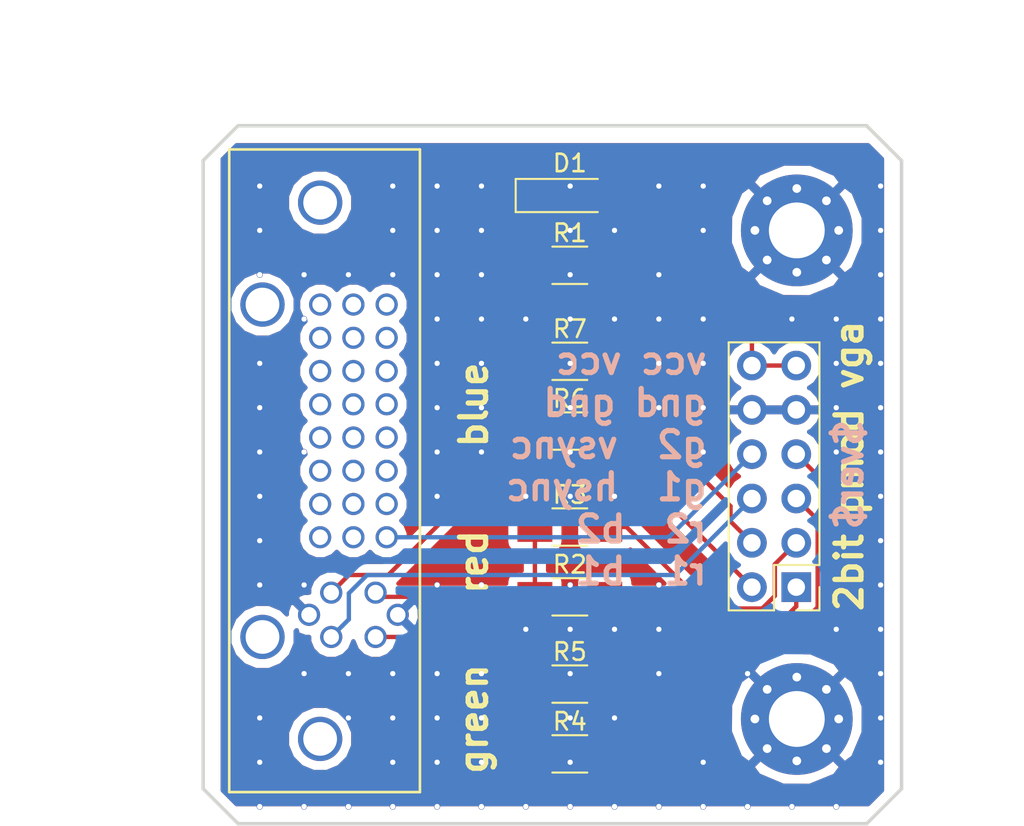
<source format=kicad_pcb>
(kicad_pcb (version 20170922) (host pcbnew no-vcs-found-3045509~61~ubuntu16.04.1)

  (general
    (thickness 1.6)
    (drawings 19)
    (tracks 64)
    (zones 0)
    (modules 131)
    (nets 38)
  )

  (page A4)
  (layers
    (0 F.Cu signal)
    (31 B.Cu signal)
    (32 B.Adhes user)
    (33 F.Adhes user)
    (34 B.Paste user)
    (35 F.Paste user)
    (36 B.SilkS user)
    (37 F.SilkS user)
    (38 B.Mask user)
    (39 F.Mask user)
    (40 Dwgs.User user)
    (41 Cmts.User user)
    (42 Eco1.User user)
    (43 Eco2.User user)
    (44 Edge.Cuts user)
    (45 Margin user)
    (46 B.CrtYd user)
    (47 F.CrtYd user)
    (48 B.Fab user)
    (49 F.Fab user)
  )

  (setup
    (last_trace_width 0.25)
    (trace_clearance 0.25)
    (zone_clearance 0.508)
    (zone_45_only no)
    (trace_min 0.2)
    (segment_width 0.2)
    (edge_width 0.15)
    (via_size 0.8)
    (via_drill 0.4)
    (via_min_size 0.4)
    (via_min_drill 0.3)
    (uvia_size 0.3)
    (uvia_drill 0.1)
    (uvias_allowed no)
    (uvia_min_size 0.2)
    (uvia_min_drill 0.1)
    (pcb_text_width 0.3)
    (pcb_text_size 1.5 1.5)
    (mod_edge_width 0.15)
    (mod_text_size 1 1)
    (mod_text_width 0.15)
    (pad_size 1.524 1.524)
    (pad_drill 0.762)
    (pad_to_mask_clearance 0.2)
    (aux_axis_origin 0 0)
    (visible_elements FFFBFF7F)
    (pcbplotparams
      (layerselection 0x010fc_ffffffff)
      (usegerberextensions false)
      (usegerberattributes true)
      (usegerberadvancedattributes true)
      (creategerberjobfile true)
      (excludeedgelayer true)
      (linewidth 0.100000)
      (plotframeref false)
      (viasonmask false)
      (mode 1)
      (useauxorigin false)
      (hpglpennumber 1)
      (hpglpenspeed 20)
      (hpglpendiameter 15)
      (psnegative false)
      (psa4output false)
      (plotreference true)
      (plotvalue true)
      (plotinvisibletext false)
      (padsonsilk false)
      (subtractmaskfromsilk false)
      (outputformat 1)
      (mirror false)
      (drillshape 1)
      (scaleselection 1)
      (outputdirectory ""))
  )

  (net 0 "")
  (net 1 VCC)
  (net 2 Earth)
  (net 3 /vsync)
  (net 4 /g2)
  (net 5 /hsync)
  (net 6 /g1)
  (net 7 /b2)
  (net 8 /r2)
  (net 9 /b1)
  (net 10 /r1)
  (net 11 "Net-(D1-Pad1)")
  (net 12 /red)
  (net 13 /green)
  (net 14 /blue)
  (net 15 "Net-(U1-Pad1)")
  (net 16 "Net-(U1-Pad2)")
  (net 17 "Net-(U1-Pad3)")
  (net 18 "Net-(U1-Pad4)")
  (net 19 "Net-(U1-Pad5)")
  (net 20 "Net-(U1-Pad6)")
  (net 21 "Net-(U1-Pad7)")
  (net 22 "Net-(U1-Pad9)")
  (net 23 "Net-(U1-Pad10)")
  (net 24 "Net-(U1-Pad11)")
  (net 25 "Net-(U1-Pad12)")
  (net 26 "Net-(U1-Pad13)")
  (net 27 "Net-(U1-Pad14)")
  (net 28 "Net-(U1-Pad15)")
  (net 29 "Net-(U1-Pad16)")
  (net 30 "Net-(U1-Pad17)")
  (net 31 "Net-(U1-Pad18)")
  (net 32 "Net-(U1-Pad19)")
  (net 33 "Net-(U1-Pad20)")
  (net 34 "Net-(U1-Pad21)")
  (net 35 "Net-(U1-Pad22)")
  (net 36 "Net-(U1-Pad23)")
  (net 37 "Net-(U1-Pad24)")

  (net_class Default "This is the default net class."
    (clearance 0.25)
    (trace_width 0.25)
    (via_dia 0.8)
    (via_drill 0.4)
    (uvia_dia 0.3)
    (uvia_drill 0.1)
    (add_net /b1)
    (add_net /b2)
    (add_net /blue)
    (add_net /g1)
    (add_net /g2)
    (add_net /green)
    (add_net /hsync)
    (add_net /r1)
    (add_net /r2)
    (add_net /red)
    (add_net /vsync)
    (add_net Earth)
    (add_net "Net-(D1-Pad1)")
    (add_net "Net-(U1-Pad1)")
    (add_net "Net-(U1-Pad10)")
    (add_net "Net-(U1-Pad11)")
    (add_net "Net-(U1-Pad12)")
    (add_net "Net-(U1-Pad13)")
    (add_net "Net-(U1-Pad14)")
    (add_net "Net-(U1-Pad15)")
    (add_net "Net-(U1-Pad16)")
    (add_net "Net-(U1-Pad17)")
    (add_net "Net-(U1-Pad18)")
    (add_net "Net-(U1-Pad19)")
    (add_net "Net-(U1-Pad2)")
    (add_net "Net-(U1-Pad20)")
    (add_net "Net-(U1-Pad21)")
    (add_net "Net-(U1-Pad22)")
    (add_net "Net-(U1-Pad23)")
    (add_net "Net-(U1-Pad24)")
    (add_net "Net-(U1-Pad3)")
    (add_net "Net-(U1-Pad4)")
    (add_net "Net-(U1-Pad5)")
    (add_net "Net-(U1-Pad6)")
    (add_net "Net-(U1-Pad7)")
    (add_net "Net-(U1-Pad9)")
    (add_net VCC)
  )

  (module Pin_Headers:Pin_Header_Straight_2x06_Pitch2.54mm (layer F.Cu) (tedit 5AE205B9) (tstamp 5AE27C8A)
    (at 140.97 131.445 180)
    (descr "Through hole straight pin header, 2x06, 2.54mm pitch, double rows")
    (tags "Through hole pin header THT 2x06 2.54mm double row")
    (path /5AE1E8DB)
    (fp_text reference J1 (at 1.27 -2.33 180) (layer F.SilkS) hide
      (effects (font (size 1 1) (thickness 0.15)))
    )
    (fp_text value pmod (at 1.27 15.03 180) (layer F.Fab)
      (effects (font (size 1 1) (thickness 0.15)))
    )
    (fp_text user %R (at -8.800001 5.7625 270) (layer F.Fab)
      (effects (font (size 1 1) (thickness 0.15)))
    )
    (fp_line (start 4.35 -1.8) (end -1.8 -1.8) (layer F.CrtYd) (width 0.05))
    (fp_line (start 4.35 14.5) (end 4.35 -1.8) (layer F.CrtYd) (width 0.05))
    (fp_line (start -1.8 14.5) (end 4.35 14.5) (layer F.CrtYd) (width 0.05))
    (fp_line (start -1.8 -1.8) (end -1.8 14.5) (layer F.CrtYd) (width 0.05))
    (fp_line (start -1.33 -1.33) (end 0 -1.33) (layer F.SilkS) (width 0.12))
    (fp_line (start -1.33 0) (end -1.33 -1.33) (layer F.SilkS) (width 0.12))
    (fp_line (start 1.27 -1.33) (end 3.87 -1.33) (layer F.SilkS) (width 0.12))
    (fp_line (start 1.27 1.27) (end 1.27 -1.33) (layer F.SilkS) (width 0.12))
    (fp_line (start -1.33 1.27) (end 1.27 1.27) (layer F.SilkS) (width 0.12))
    (fp_line (start 3.87 -1.33) (end 3.87 14.03) (layer F.SilkS) (width 0.12))
    (fp_line (start -1.33 1.27) (end -1.33 14.03) (layer F.SilkS) (width 0.12))
    (fp_line (start -1.33 14.03) (end 3.87 14.03) (layer F.SilkS) (width 0.12))
    (fp_line (start -1.27 0) (end 0 -1.27) (layer F.Fab) (width 0.1))
    (fp_line (start -1.27 13.97) (end -1.27 0) (layer F.Fab) (width 0.1))
    (fp_line (start 3.81 13.97) (end -1.27 13.97) (layer F.Fab) (width 0.1))
    (fp_line (start 3.81 -1.27) (end 3.81 13.97) (layer F.Fab) (width 0.1))
    (fp_line (start 0 -1.27) (end 3.81 -1.27) (layer F.Fab) (width 0.1))
    (pad 12 thru_hole oval (at 2.54 12.7 180) (size 1.7 1.7) (drill 1) (layers *.Cu *.Mask)
      (net 1 VCC))
    (pad 11 thru_hole oval (at 0 12.7 180) (size 1.7 1.7) (drill 1) (layers *.Cu *.Mask)
      (net 1 VCC))
    (pad 10 thru_hole oval (at 2.54 10.16 180) (size 1.7 1.7) (drill 1) (layers *.Cu *.Mask)
      (net 2 Earth))
    (pad 9 thru_hole oval (at 0 10.16 180) (size 1.7 1.7) (drill 1) (layers *.Cu *.Mask)
      (net 2 Earth))
    (pad 8 thru_hole oval (at 2.54 7.62 180) (size 1.7 1.7) (drill 1) (layers *.Cu *.Mask)
      (net 3 /vsync))
    (pad 7 thru_hole oval (at 0 7.62 180) (size 1.7 1.7) (drill 1) (layers *.Cu *.Mask)
      (net 4 /g2))
    (pad 6 thru_hole oval (at 2.54 5.08 180) (size 1.7 1.7) (drill 1) (layers *.Cu *.Mask)
      (net 5 /hsync))
    (pad 5 thru_hole oval (at 0 5.08 180) (size 1.7 1.7) (drill 1) (layers *.Cu *.Mask)
      (net 6 /g1))
    (pad 4 thru_hole oval (at 2.54 2.54 180) (size 1.7 1.7) (drill 1) (layers *.Cu *.Mask)
      (net 7 /b2))
    (pad 3 thru_hole oval (at 0 2.54 180) (size 1.7 1.7) (drill 1) (layers *.Cu *.Mask)
      (net 8 /r2))
    (pad 2 thru_hole oval (at 2.54 0 180) (size 1.7 1.7) (drill 1) (layers *.Cu *.Mask)
      (net 9 /b1))
    (pad 1 thru_hole rect (at 0 0 180) (size 1.7 1.7) (drill 1) (layers *.Cu *.Mask)
      (net 10 /r1))
    (model ${KISYS3DMOD}/Pin_Headers.3dshapes/Pin_Header_Straight_2x06_Pitch2.54mm.wrl
      (at (xyz 0 0 0))
      (scale (xyz 1 1 1))
      (rotate (xyz 0 0 0))
    )
  )

  (module Resistors_SMD:R_1206_HandSoldering (layer F.Cu) (tedit 58E0A804) (tstamp 5AE22866)
    (at 128 113)
    (descr "Resistor SMD 1206, hand soldering")
    (tags "resistor 1206")
    (path /5AE1F8A2)
    (attr smd)
    (fp_text reference R1 (at 0 -1.85) (layer F.SilkS)
      (effects (font (size 1 1) (thickness 0.15)))
    )
    (fp_text value 200R (at 0 -2) (layer F.Fab)
      (effects (font (size 1 1) (thickness 0.15)))
    )
    (fp_line (start 3.25 1.1) (end -3.25 1.1) (layer F.CrtYd) (width 0.05))
    (fp_line (start 3.25 1.1) (end 3.25 -1.11) (layer F.CrtYd) (width 0.05))
    (fp_line (start -3.25 -1.11) (end -3.25 1.1) (layer F.CrtYd) (width 0.05))
    (fp_line (start -3.25 -1.11) (end 3.25 -1.11) (layer F.CrtYd) (width 0.05))
    (fp_line (start -1 -1.07) (end 1 -1.07) (layer F.SilkS) (width 0.12))
    (fp_line (start 1 1.07) (end -1 1.07) (layer F.SilkS) (width 0.12))
    (fp_line (start -1.6 -0.8) (end 1.6 -0.8) (layer F.Fab) (width 0.1))
    (fp_line (start 1.6 -0.8) (end 1.6 0.8) (layer F.Fab) (width 0.1))
    (fp_line (start 1.6 0.8) (end -1.6 0.8) (layer F.Fab) (width 0.1))
    (fp_line (start -1.6 0.8) (end -1.6 -0.8) (layer F.Fab) (width 0.1))
    (fp_text user %R (at 0 0) (layer F.Fab)
      (effects (font (size 0.7 0.7) (thickness 0.105)))
    )
    (pad 2 smd rect (at 2 0) (size 2 1.7) (layers F.Cu F.Paste F.Mask)
      (net 2 Earth))
    (pad 1 smd rect (at -2 0) (size 2 1.7) (layers F.Cu F.Paste F.Mask)
      (net 11 "Net-(D1-Pad1)"))
    (model ${KISYS3DMOD}/Resistors_SMD.3dshapes/R_1206.wrl
      (at (xyz 0 0 0))
      (scale (xyz 1 1 1))
      (rotate (xyz 0 0 0))
    )
  )

  (module Resistors_SMD:R_1206_HandSoldering (layer F.Cu) (tedit 58E0A804) (tstamp 5AE22877)
    (at 128 132)
    (descr "Resistor SMD 1206, hand soldering")
    (tags "resistor 1206")
    (path /5AE202A9)
    (attr smd)
    (fp_text reference R2 (at 0 -1.85) (layer F.SilkS)
      (effects (font (size 1 1) (thickness 0.15)))
    )
    (fp_text value 500R (at 0 -2) (layer F.Fab)
      (effects (font (size 1 1) (thickness 0.15)))
    )
    (fp_text user %R (at 0 0) (layer F.Fab)
      (effects (font (size 0.7 0.7) (thickness 0.105)))
    )
    (fp_line (start -1.6 0.8) (end -1.6 -0.8) (layer F.Fab) (width 0.1))
    (fp_line (start 1.6 0.8) (end -1.6 0.8) (layer F.Fab) (width 0.1))
    (fp_line (start 1.6 -0.8) (end 1.6 0.8) (layer F.Fab) (width 0.1))
    (fp_line (start -1.6 -0.8) (end 1.6 -0.8) (layer F.Fab) (width 0.1))
    (fp_line (start 1 1.07) (end -1 1.07) (layer F.SilkS) (width 0.12))
    (fp_line (start -1 -1.07) (end 1 -1.07) (layer F.SilkS) (width 0.12))
    (fp_line (start -3.25 -1.11) (end 3.25 -1.11) (layer F.CrtYd) (width 0.05))
    (fp_line (start -3.25 -1.11) (end -3.25 1.1) (layer F.CrtYd) (width 0.05))
    (fp_line (start 3.25 1.1) (end 3.25 -1.11) (layer F.CrtYd) (width 0.05))
    (fp_line (start 3.25 1.1) (end -3.25 1.1) (layer F.CrtYd) (width 0.05))
    (pad 1 smd rect (at -2 0) (size 2 1.7) (layers F.Cu F.Paste F.Mask)
      (net 12 /red))
    (pad 2 smd rect (at 2 0) (size 2 1.7) (layers F.Cu F.Paste F.Mask)
      (net 10 /r1))
    (model ${KISYS3DMOD}/Resistors_SMD.3dshapes/R_1206.wrl
      (at (xyz 0 0 0))
      (scale (xyz 1 1 1))
      (rotate (xyz 0 0 0))
    )
  )

  (module Resistors_SMD:R_1206_HandSoldering (layer F.Cu) (tedit 58E0A804) (tstamp 5AE22888)
    (at 128 128)
    (descr "Resistor SMD 1206, hand soldering")
    (tags "resistor 1206")
    (path /5AE20349)
    (attr smd)
    (fp_text reference R3 (at 0 -1.85) (layer F.SilkS)
      (effects (font (size 1 1) (thickness 0.15)))
    )
    (fp_text value 1k (at 0 -2) (layer F.Fab)
      (effects (font (size 1 1) (thickness 0.15)))
    )
    (fp_line (start 3.25 1.1) (end -3.25 1.1) (layer F.CrtYd) (width 0.05))
    (fp_line (start 3.25 1.1) (end 3.25 -1.11) (layer F.CrtYd) (width 0.05))
    (fp_line (start -3.25 -1.11) (end -3.25 1.1) (layer F.CrtYd) (width 0.05))
    (fp_line (start -3.25 -1.11) (end 3.25 -1.11) (layer F.CrtYd) (width 0.05))
    (fp_line (start -1 -1.07) (end 1 -1.07) (layer F.SilkS) (width 0.12))
    (fp_line (start 1 1.07) (end -1 1.07) (layer F.SilkS) (width 0.12))
    (fp_line (start -1.6 -0.8) (end 1.6 -0.8) (layer F.Fab) (width 0.1))
    (fp_line (start 1.6 -0.8) (end 1.6 0.8) (layer F.Fab) (width 0.1))
    (fp_line (start 1.6 0.8) (end -1.6 0.8) (layer F.Fab) (width 0.1))
    (fp_line (start -1.6 0.8) (end -1.6 -0.8) (layer F.Fab) (width 0.1))
    (fp_text user %R (at 0 0) (layer F.Fab)
      (effects (font (size 0.7 0.7) (thickness 0.105)))
    )
    (pad 2 smd rect (at 2 0) (size 2 1.7) (layers F.Cu F.Paste F.Mask)
      (net 8 /r2))
    (pad 1 smd rect (at -2 0) (size 2 1.7) (layers F.Cu F.Paste F.Mask)
      (net 12 /red))
    (model ${KISYS3DMOD}/Resistors_SMD.3dshapes/R_1206.wrl
      (at (xyz 0 0 0))
      (scale (xyz 1 1 1))
      (rotate (xyz 0 0 0))
    )
  )

  (module Resistors_SMD:R_1206_HandSoldering (layer F.Cu) (tedit 58E0A804) (tstamp 5AE22899)
    (at 128 141)
    (descr "Resistor SMD 1206, hand soldering")
    (tags "resistor 1206")
    (path /5AE20365)
    (attr smd)
    (fp_text reference R4 (at 0 -1.85) (layer F.SilkS)
      (effects (font (size 1 1) (thickness 0.15)))
    )
    (fp_text value 500R (at 0 -2) (layer F.Fab)
      (effects (font (size 1 1) (thickness 0.15)))
    )
    (fp_text user %R (at 0 0) (layer F.Fab)
      (effects (font (size 0.7 0.7) (thickness 0.105)))
    )
    (fp_line (start -1.6 0.8) (end -1.6 -0.8) (layer F.Fab) (width 0.1))
    (fp_line (start 1.6 0.8) (end -1.6 0.8) (layer F.Fab) (width 0.1))
    (fp_line (start 1.6 -0.8) (end 1.6 0.8) (layer F.Fab) (width 0.1))
    (fp_line (start -1.6 -0.8) (end 1.6 -0.8) (layer F.Fab) (width 0.1))
    (fp_line (start 1 1.07) (end -1 1.07) (layer F.SilkS) (width 0.12))
    (fp_line (start -1 -1.07) (end 1 -1.07) (layer F.SilkS) (width 0.12))
    (fp_line (start -3.25 -1.11) (end 3.25 -1.11) (layer F.CrtYd) (width 0.05))
    (fp_line (start -3.25 -1.11) (end -3.25 1.1) (layer F.CrtYd) (width 0.05))
    (fp_line (start 3.25 1.1) (end 3.25 -1.11) (layer F.CrtYd) (width 0.05))
    (fp_line (start 3.25 1.1) (end -3.25 1.1) (layer F.CrtYd) (width 0.05))
    (pad 1 smd rect (at -2 0) (size 2 1.7) (layers F.Cu F.Paste F.Mask)
      (net 13 /green))
    (pad 2 smd rect (at 2 0) (size 2 1.7) (layers F.Cu F.Paste F.Mask)
      (net 6 /g1))
    (model ${KISYS3DMOD}/Resistors_SMD.3dshapes/R_1206.wrl
      (at (xyz 0 0 0))
      (scale (xyz 1 1 1))
      (rotate (xyz 0 0 0))
    )
  )

  (module Resistors_SMD:R_1206_HandSoldering (layer F.Cu) (tedit 58E0A804) (tstamp 5AE228AA)
    (at 128 137)
    (descr "Resistor SMD 1206, hand soldering")
    (tags "resistor 1206")
    (path /5AE20383)
    (attr smd)
    (fp_text reference R5 (at 0 -1.85) (layer F.SilkS)
      (effects (font (size 1 1) (thickness 0.15)))
    )
    (fp_text value 1k (at 0 -2) (layer F.Fab)
      (effects (font (size 1 1) (thickness 0.15)))
    )
    (fp_line (start 3.25 1.1) (end -3.25 1.1) (layer F.CrtYd) (width 0.05))
    (fp_line (start 3.25 1.1) (end 3.25 -1.11) (layer F.CrtYd) (width 0.05))
    (fp_line (start -3.25 -1.11) (end -3.25 1.1) (layer F.CrtYd) (width 0.05))
    (fp_line (start -3.25 -1.11) (end 3.25 -1.11) (layer F.CrtYd) (width 0.05))
    (fp_line (start -1 -1.07) (end 1 -1.07) (layer F.SilkS) (width 0.12))
    (fp_line (start 1 1.07) (end -1 1.07) (layer F.SilkS) (width 0.12))
    (fp_line (start -1.6 -0.8) (end 1.6 -0.8) (layer F.Fab) (width 0.1))
    (fp_line (start 1.6 -0.8) (end 1.6 0.8) (layer F.Fab) (width 0.1))
    (fp_line (start 1.6 0.8) (end -1.6 0.8) (layer F.Fab) (width 0.1))
    (fp_line (start -1.6 0.8) (end -1.6 -0.8) (layer F.Fab) (width 0.1))
    (fp_text user %R (at 0 0) (layer F.Fab)
      (effects (font (size 0.7 0.7) (thickness 0.105)))
    )
    (pad 2 smd rect (at 2 0) (size 2 1.7) (layers F.Cu F.Paste F.Mask)
      (net 4 /g2))
    (pad 1 smd rect (at -2 0) (size 2 1.7) (layers F.Cu F.Paste F.Mask)
      (net 13 /green))
    (model ${KISYS3DMOD}/Resistors_SMD.3dshapes/R_1206.wrl
      (at (xyz 0 0 0))
      (scale (xyz 1 1 1))
      (rotate (xyz 0 0 0))
    )
  )

  (module Resistors_SMD:R_1206_HandSoldering (layer F.Cu) (tedit 58E0A804) (tstamp 5AE2804F)
    (at 128 122.5)
    (descr "Resistor SMD 1206, hand soldering")
    (tags "resistor 1206")
    (path /5AE203A3)
    (attr smd)
    (fp_text reference R6 (at 0 -1.85) (layer F.SilkS)
      (effects (font (size 1 1) (thickness 0.15)))
    )
    (fp_text value 500R (at 0 -2) (layer F.Fab)
      (effects (font (size 1 1) (thickness 0.15)))
    )
    (fp_text user %R (at 0 0) (layer F.Fab)
      (effects (font (size 0.7 0.7) (thickness 0.105)))
    )
    (fp_line (start -1.6 0.8) (end -1.6 -0.8) (layer F.Fab) (width 0.1))
    (fp_line (start 1.6 0.8) (end -1.6 0.8) (layer F.Fab) (width 0.1))
    (fp_line (start 1.6 -0.8) (end 1.6 0.8) (layer F.Fab) (width 0.1))
    (fp_line (start -1.6 -0.8) (end 1.6 -0.8) (layer F.Fab) (width 0.1))
    (fp_line (start 1 1.07) (end -1 1.07) (layer F.SilkS) (width 0.12))
    (fp_line (start -1 -1.07) (end 1 -1.07) (layer F.SilkS) (width 0.12))
    (fp_line (start -3.25 -1.11) (end 3.25 -1.11) (layer F.CrtYd) (width 0.05))
    (fp_line (start -3.25 -1.11) (end -3.25 1.1) (layer F.CrtYd) (width 0.05))
    (fp_line (start 3.25 1.1) (end 3.25 -1.11) (layer F.CrtYd) (width 0.05))
    (fp_line (start 3.25 1.1) (end -3.25 1.1) (layer F.CrtYd) (width 0.05))
    (pad 1 smd rect (at -2 0) (size 2 1.7) (layers F.Cu F.Paste F.Mask)
      (net 14 /blue))
    (pad 2 smd rect (at 2 0) (size 2 1.7) (layers F.Cu F.Paste F.Mask)
      (net 9 /b1))
    (model ${KISYS3DMOD}/Resistors_SMD.3dshapes/R_1206.wrl
      (at (xyz 0 0 0))
      (scale (xyz 1 1 1))
      (rotate (xyz 0 0 0))
    )
  )

  (module Resistors_SMD:R_1206_HandSoldering (layer F.Cu) (tedit 58E0A804) (tstamp 5AE228CC)
    (at 128 118.5)
    (descr "Resistor SMD 1206, hand soldering")
    (tags "resistor 1206")
    (path /5AE203C5)
    (attr smd)
    (fp_text reference R7 (at 0 -1.85) (layer F.SilkS)
      (effects (font (size 1 1) (thickness 0.15)))
    )
    (fp_text value 1k (at 0 -2) (layer F.Fab)
      (effects (font (size 1 1) (thickness 0.15)))
    )
    (fp_line (start 3.25 1.1) (end -3.25 1.1) (layer F.CrtYd) (width 0.05))
    (fp_line (start 3.25 1.1) (end 3.25 -1.11) (layer F.CrtYd) (width 0.05))
    (fp_line (start -3.25 -1.11) (end -3.25 1.1) (layer F.CrtYd) (width 0.05))
    (fp_line (start -3.25 -1.11) (end 3.25 -1.11) (layer F.CrtYd) (width 0.05))
    (fp_line (start -1 -1.07) (end 1 -1.07) (layer F.SilkS) (width 0.12))
    (fp_line (start 1 1.07) (end -1 1.07) (layer F.SilkS) (width 0.12))
    (fp_line (start -1.6 -0.8) (end 1.6 -0.8) (layer F.Fab) (width 0.1))
    (fp_line (start 1.6 -0.8) (end 1.6 0.8) (layer F.Fab) (width 0.1))
    (fp_line (start 1.6 0.8) (end -1.6 0.8) (layer F.Fab) (width 0.1))
    (fp_line (start -1.6 0.8) (end -1.6 -0.8) (layer F.Fab) (width 0.1))
    (fp_text user %R (at 0 -1) (layer F.Fab)
      (effects (font (size 0.7 0.7) (thickness 0.105)))
    )
    (pad 2 smd rect (at 2 0) (size 2 1.7) (layers F.Cu F.Paste F.Mask)
      (net 7 /b2))
    (pad 1 smd rect (at -2 0) (size 2 1.7) (layers F.Cu F.Paste F.Mask)
      (net 14 /blue))
    (model ${KISYS3DMOD}/Resistors_SMD.3dshapes/R_1206.wrl
      (at (xyz 0 0 0))
      (scale (xyz 1 1 1))
      (rotate (xyz 0 0 0))
    )
  )

  (module "fp:molex dvi ra" (layer F.Cu) (tedit 5AE205BE) (tstamp 5AE29C98)
    (at 113.7 115.25 270)
    (path /5AE1F984)
    (fp_text reference U1 (at 0.25 -7.3 270) (layer F.SilkS) hide
      (effects (font (size 1 1) (thickness 0.15)))
    )
    (fp_text value dvi (at 0.75 -7.3 270) (layer F.Fab)
      (effects (font (size 1 1) (thickness 0.15)))
    )
    (fp_line (start 27.94 -5.715) (end 27.94 5.207) (layer F.SilkS) (width 0.15))
    (fp_line (start -8.89 -5.715) (end 27.94 -5.715) (layer F.SilkS) (width 0.15))
    (fp_line (start -8.89 5.207) (end -8.89 -5.715) (layer F.SilkS) (width 0.15))
    (fp_line (start -8.89 5.207) (end 27.94 5.207) (layer F.SilkS) (width 0.15))
    (pad "" np_thru_hole circle (at 0 3.302 270) (size 2.54 2.54) (drill 1.9304) (layers *.Cu *.Mask))
    (pad "" np_thru_hole circle (at 19.05 3.302 270) (size 2.54 2.54) (drill 1.9304) (layers *.Cu *.Mask))
    (pad "" np_thru_hole circle (at -5.842 0 270) (size 2.54 2.54) (drill 1.9304) (layers *.Cu *.Mask))
    (pad "" np_thru_hole circle (at 24.892 0 270) (size 2.54 2.54) (drill 1.9304) (layers *.Cu *.Mask))
    (pad 1 thru_hole circle (at 0 -3.81 270) (size 1.27 1.27) (drill 0.889) (layers *.Cu *.Mask)
      (net 15 "Net-(U1-Pad1)"))
    (pad 2 thru_hole circle (at 1.905 -3.81 270) (size 1.27 1.27) (drill 0.889) (layers *.Cu *.Mask)
      (net 16 "Net-(U1-Pad2)"))
    (pad 3 thru_hole circle (at 3.81 -3.81 270) (size 1.27 1.27) (drill 0.889) (layers *.Cu *.Mask)
      (net 17 "Net-(U1-Pad3)"))
    (pad 4 thru_hole circle (at 5.715 -3.81 270) (size 1.27 1.27) (drill 0.889) (layers *.Cu *.Mask)
      (net 18 "Net-(U1-Pad4)"))
    (pad 5 thru_hole circle (at 7.62 -3.81 270) (size 1.27 1.27) (drill 0.889) (layers *.Cu *.Mask)
      (net 19 "Net-(U1-Pad5)"))
    (pad 6 thru_hole circle (at 9.525 -3.81 270) (size 1.27 1.27) (drill 0.889) (layers *.Cu *.Mask)
      (net 20 "Net-(U1-Pad6)"))
    (pad 7 thru_hole circle (at 11.43 -3.81 270) (size 1.27 1.27) (drill 0.889) (layers *.Cu *.Mask)
      (net 21 "Net-(U1-Pad7)"))
    (pad 8 thru_hole circle (at 13.335 -3.81 270) (size 1.27 1.27) (drill 0.889) (layers *.Cu *.Mask)
      (net 3 /vsync))
    (pad 9 thru_hole circle (at 0 -1.905 270) (size 1.27 1.27) (drill 0.889) (layers *.Cu *.Mask)
      (net 22 "Net-(U1-Pad9)"))
    (pad 10 thru_hole circle (at 1.905 -1.905 270) (size 1.27 1.27) (drill 0.889) (layers *.Cu *.Mask)
      (net 23 "Net-(U1-Pad10)"))
    (pad 11 thru_hole circle (at 3.81 -1.905 270) (size 1.27 1.27) (drill 0.889) (layers *.Cu *.Mask)
      (net 24 "Net-(U1-Pad11)"))
    (pad 12 thru_hole circle (at 5.715 -1.905 270) (size 1.27 1.27) (drill 0.889) (layers *.Cu *.Mask)
      (net 25 "Net-(U1-Pad12)"))
    (pad 13 thru_hole circle (at 7.62 -1.905 270) (size 1.27 1.27) (drill 0.889) (layers *.Cu *.Mask)
      (net 26 "Net-(U1-Pad13)"))
    (pad 14 thru_hole circle (at 9.525 -1.905 270) (size 1.27 1.27) (drill 0.889) (layers *.Cu *.Mask)
      (net 27 "Net-(U1-Pad14)"))
    (pad 15 thru_hole circle (at 11.43 -1.905 270) (size 1.27 1.27) (drill 0.889) (layers *.Cu *.Mask)
      (net 28 "Net-(U1-Pad15)"))
    (pad 16 thru_hole circle (at 13.335 -1.905 270) (size 1.27 1.27) (drill 0.889) (layers *.Cu *.Mask)
      (net 29 "Net-(U1-Pad16)"))
    (pad 17 thru_hole circle (at 0 0 270) (size 1.27 1.27) (drill 0.889) (layers *.Cu *.Mask)
      (net 30 "Net-(U1-Pad17)"))
    (pad 18 thru_hole circle (at 1.905 0 270) (size 1.27 1.27) (drill 0.889) (layers *.Cu *.Mask)
      (net 31 "Net-(U1-Pad18)"))
    (pad 19 thru_hole circle (at 3.81 0 270) (size 1.27 1.27) (drill 0.889) (layers *.Cu *.Mask)
      (net 32 "Net-(U1-Pad19)"))
    (pad 20 thru_hole circle (at 5.715 0 270) (size 1.27 1.27) (drill 0.889) (layers *.Cu *.Mask)
      (net 33 "Net-(U1-Pad20)"))
    (pad 21 thru_hole circle (at 7.62 0 270) (size 1.27 1.27) (drill 0.889) (layers *.Cu *.Mask)
      (net 34 "Net-(U1-Pad21)"))
    (pad 22 thru_hole circle (at 9.525 0 270) (size 1.27 1.27) (drill 0.889) (layers *.Cu *.Mask)
      (net 35 "Net-(U1-Pad22)"))
    (pad 23 thru_hole circle (at 11.43 0 270) (size 1.27 1.27) (drill 0.889) (layers *.Cu *.Mask)
      (net 36 "Net-(U1-Pad23)"))
    (pad 24 thru_hole circle (at 13.335 0 270) (size 1.27 1.27) (drill 0.889) (layers *.Cu *.Mask)
      (net 37 "Net-(U1-Pad24)"))
    (pad c4 thru_hole circle (at 19.05 -0.635 270) (size 1.27 1.27) (drill 0.889) (layers *.Cu *.Mask)
      (net 5 /hsync))
    (pad c2 thru_hole circle (at 19.05 -3.175 270) (size 1.27 1.27) (drill 0.889) (layers *.Cu *.Mask)
      (net 13 /green))
    (pad c3 thru_hole circle (at 16.51 -0.635 270) (size 1.27 1.27) (drill 0.889) (layers *.Cu *.Mask)
      (net 14 /blue))
    (pad c1 thru_hole circle (at 16.51 -3.175 270) (size 1.27 1.27) (drill 0.889) (layers *.Cu *.Mask)
      (net 12 /red))
    (pad c5 thru_hole circle (at 17.78 0.635 270) (size 1.27 1.27) (drill 0.889) (layers *.Cu *.Mask)
      (net 2 Earth))
    (pad c5 thru_hole circle (at 17.78 -4.445 270) (size 1.27 1.27) (drill 0.889) (layers *.Cu *.Mask)
      (net 2 Earth))
  )

  (module LEDs:LED_1206_HandSoldering (layer F.Cu) (tedit 595FC724) (tstamp 5AE2D91F)
    (at 128 109)
    (descr "LED SMD 1206, hand soldering")
    (tags "LED 1206")
    (path /5AE1F8A9)
    (attr smd)
    (fp_text reference D1 (at 0 -1.85) (layer F.SilkS)
      (effects (font (size 1 1) (thickness 0.15)))
    )
    (fp_text value LED (at 0 -2) (layer F.Fab)
      (effects (font (size 1 1) (thickness 0.15)))
    )
    (fp_line (start 3.25 1.1) (end -3.25 1.1) (layer F.CrtYd) (width 0.05))
    (fp_line (start 3.25 1.1) (end 3.25 -1.11) (layer F.CrtYd) (width 0.05))
    (fp_line (start -3.25 -1.11) (end -3.25 1.1) (layer F.CrtYd) (width 0.05))
    (fp_line (start -3.25 -1.11) (end 3.25 -1.11) (layer F.CrtYd) (width 0.05))
    (fp_line (start -3.1 -0.95) (end 1.6 -0.95) (layer F.SilkS) (width 0.12))
    (fp_line (start -3.1 0.95) (end 1.6 0.95) (layer F.SilkS) (width 0.12))
    (fp_line (start -1.6 -0.8) (end 1.6 -0.8) (layer F.Fab) (width 0.1))
    (fp_line (start 1.6 -0.8) (end 1.6 0.8) (layer F.Fab) (width 0.1))
    (fp_line (start 1.6 0.8) (end -1.6 0.8) (layer F.Fab) (width 0.1))
    (fp_line (start -1.6 0.8) (end -1.6 -0.8) (layer F.Fab) (width 0.1))
    (fp_line (start -0.45 -0.4) (end -0.45 0.4) (layer F.Fab) (width 0.1))
    (fp_line (start 0.2 0.4) (end -0.4 0) (layer F.Fab) (width 0.1))
    (fp_line (start 0.2 -0.4) (end 0.2 0.4) (layer F.Fab) (width 0.1))
    (fp_line (start -0.4 0) (end 0.2 -0.4) (layer F.Fab) (width 0.1))
    (fp_line (start -3.1 -0.95) (end -3.1 0.95) (layer F.SilkS) (width 0.12))
    (pad 2 smd rect (at 2 0) (size 2 1.7) (layers F.Cu F.Paste F.Mask)
      (net 1 VCC))
    (pad 1 smd rect (at -2 0) (size 2 1.7) (layers F.Cu F.Paste F.Mask)
      (net 11 "Net-(D1-Pad1)"))
    (model ${KISYS3DMOD}/LEDs.3dshapes/LED_1206.wrl
      (at (xyz 0 0 0))
      (scale (xyz 1 1 1))
      (rotate (xyz 0 0 180))
    )
  )

  (module Mounting_Holes:MountingHole_3.2mm_M3_Pad_Via (layer F.Cu) (tedit 5AE205AE) (tstamp 5AE27749)
    (at 141 139)
    (descr "Mounting Hole 3.2mm, M3")
    (tags "mounting hole 3.2mm m3")
    (path /5AE206B4)
    (attr virtual)
    (fp_text reference J2 (at 0 -4.2) (layer F.SilkS) hide
      (effects (font (size 1 1) (thickness 0.15)))
    )
    (fp_text value Conn_01x01 (at 0 4.2) (layer F.Fab)
      (effects (font (size 1 1) (thickness 0.15)))
    )
    (fp_circle (center 0 0) (end 3.45 0) (layer F.CrtYd) (width 0.05))
    (fp_circle (center 0 0) (end 3.2 0) (layer Cmts.User) (width 0.15))
    (fp_text user %R (at 0.3 0) (layer F.Fab)
      (effects (font (size 1 1) (thickness 0.15)))
    )
    (pad 1 thru_hole circle (at 1.697056 -1.697056) (size 0.8 0.8) (drill 0.5) (layers *.Cu *.Mask)
      (net 2 Earth))
    (pad 1 thru_hole circle (at 0 -2.4) (size 0.8 0.8) (drill 0.5) (layers *.Cu *.Mask)
      (net 2 Earth))
    (pad 1 thru_hole circle (at -1.697056 -1.697056) (size 0.8 0.8) (drill 0.5) (layers *.Cu *.Mask)
      (net 2 Earth))
    (pad 1 thru_hole circle (at -2.4 0) (size 0.8 0.8) (drill 0.5) (layers *.Cu *.Mask)
      (net 2 Earth))
    (pad 1 thru_hole circle (at -1.697056 1.697056) (size 0.8 0.8) (drill 0.5) (layers *.Cu *.Mask)
      (net 2 Earth))
    (pad 1 thru_hole circle (at 0 2.4) (size 0.8 0.8) (drill 0.5) (layers *.Cu *.Mask)
      (net 2 Earth))
    (pad 1 thru_hole circle (at 1.697056 1.697056) (size 0.8 0.8) (drill 0.5) (layers *.Cu *.Mask)
      (net 2 Earth))
    (pad 1 thru_hole circle (at 2.4 0) (size 0.8 0.8) (drill 0.5) (layers *.Cu *.Mask)
      (net 2 Earth))
    (pad 1 thru_hole circle (at 0 0) (size 6.4 6.4) (drill 3.2) (layers *.Cu *.Mask)
      (net 2 Earth))
  )

  (module Mounting_Holes:MountingHole_3.2mm_M3_Pad_Via (layer F.Cu) (tedit 5AE205B4) (tstamp 5AE27759)
    (at 141 111)
    (descr "Mounting Hole 3.2mm, M3")
    (tags "mounting hole 3.2mm m3")
    (path /5AE20744)
    (attr virtual)
    (fp_text reference J3 (at 0 -4.2) (layer F.SilkS) hide
      (effects (font (size 1 1) (thickness 0.15)))
    )
    (fp_text value Conn_01x01 (at 0 4.2) (layer F.Fab)
      (effects (font (size 1 1) (thickness 0.15)))
    )
    (fp_text user %R (at 0.3 0) (layer F.Fab)
      (effects (font (size 1 1) (thickness 0.15)))
    )
    (fp_circle (center 0 0) (end 3.2 0) (layer Cmts.User) (width 0.15))
    (fp_circle (center 0 0) (end 3.45 0) (layer F.CrtYd) (width 0.05))
    (pad 1 thru_hole circle (at 0 0) (size 6.4 6.4) (drill 3.2) (layers *.Cu *.Mask)
      (net 2 Earth))
    (pad 1 thru_hole circle (at 2.4 0) (size 0.8 0.8) (drill 0.5) (layers *.Cu *.Mask)
      (net 2 Earth))
    (pad 1 thru_hole circle (at 1.697056 1.697056) (size 0.8 0.8) (drill 0.5) (layers *.Cu *.Mask)
      (net 2 Earth))
    (pad 1 thru_hole circle (at 0 2.4) (size 0.8 0.8) (drill 0.5) (layers *.Cu *.Mask)
      (net 2 Earth))
    (pad 1 thru_hole circle (at -1.697056 1.697056) (size 0.8 0.8) (drill 0.5) (layers *.Cu *.Mask)
      (net 2 Earth))
    (pad 1 thru_hole circle (at -2.4 0) (size 0.8 0.8) (drill 0.5) (layers *.Cu *.Mask)
      (net 2 Earth))
    (pad 1 thru_hole circle (at -1.697056 -1.697056) (size 0.8 0.8) (drill 0.5) (layers *.Cu *.Mask)
      (net 2 Earth))
    (pad 1 thru_hole circle (at 0 -2.4) (size 0.8 0.8) (drill 0.5) (layers *.Cu *.Mask)
      (net 2 Earth))
    (pad 1 thru_hole circle (at 1.697056 -1.697056) (size 0.8 0.8) (drill 0.5) (layers *.Cu *.Mask)
      (net 2 Earth))
  )

  (module VIA_MATRIX (layer F.Cu) (tedit 5AE20813) (tstamp 5AE282D2)
    (at 110.24 108.46)
    (attr virtual)
    (fp_text reference V6_4 (at 0 0) (layer F.SilkS) hide
      (effects (font (size 0 0)))
    )
    (fp_text value AUTO_VIA (at 0 0) (layer F.Fab) hide
      (effects (font (size 0 0)))
    )
    (pad 1 thru_hole circle (at 0 0) (size 0.35 0.35) (drill 0.3) (layers *.Cu)
      (net 2 Earth) (clearance 0.2) (zone_connect 2))
  )

  (module VIA_MATRIX (layer F.Cu) (tedit 5AE20813) (tstamp 5AE282D6)
    (at 117.86 108.46)
    (attr virtual)
    (fp_text reference V9_4 (at 0 0) (layer F.SilkS) hide
      (effects (font (size 0 0)))
    )
    (fp_text value AUTO_VIA (at 0 0) (layer F.Fab) hide
      (effects (font (size 0 0)))
    )
    (pad 1 thru_hole circle (at 0 0) (size 0.35 0.35) (drill 0.3) (layers *.Cu)
      (net 2 Earth) (clearance 0.2) (zone_connect 2))
  )

  (module VIA_MATRIX (layer F.Cu) (tedit 5AE20813) (tstamp 5AE282DA)
    (at 120.4 108.46)
    (attr virtual)
    (fp_text reference V10_4 (at 0 0) (layer F.SilkS) hide
      (effects (font (size 0 0)))
    )
    (fp_text value AUTO_VIA (at 0 0) (layer F.Fab) hide
      (effects (font (size 0 0)))
    )
    (pad 1 thru_hole circle (at 0 0) (size 0.35 0.35) (drill 0.3) (layers *.Cu)
      (net 2 Earth) (clearance 0.2) (zone_connect 2))
  )

  (module VIA_MATRIX (layer F.Cu) (tedit 5AE20813) (tstamp 5AE282DE)
    (at 122.94 108.46)
    (attr virtual)
    (fp_text reference V11_4 (at 0 0) (layer F.SilkS) hide
      (effects (font (size 0 0)))
    )
    (fp_text value AUTO_VIA (at 0 0) (layer F.Fab) hide
      (effects (font (size 0 0)))
    )
    (pad 1 thru_hole circle (at 0 0) (size 0.35 0.35) (drill 0.3) (layers *.Cu)
      (net 2 Earth) (clearance 0.2) (zone_connect 2))
  )

  (module VIA_MATRIX (layer F.Cu) (tedit 5AE20813) (tstamp 5AE282E2)
    (at 128.02 108.46)
    (attr virtual)
    (fp_text reference V13_4 (at 0 0) (layer F.SilkS) hide
      (effects (font (size 0 0)))
    )
    (fp_text value AUTO_VIA (at 0 0) (layer F.Fab) hide
      (effects (font (size 0 0)))
    )
    (pad 1 thru_hole circle (at 0 0) (size 0.35 0.35) (drill 0.3) (layers *.Cu)
      (net 2 Earth) (clearance 0.2) (zone_connect 2))
  )

  (module VIA_MATRIX (layer F.Cu) (tedit 5AE20813) (tstamp 5AE282E6)
    (at 133.1 108.46)
    (attr virtual)
    (fp_text reference V15_4 (at 0 0) (layer F.SilkS) hide
      (effects (font (size 0 0)))
    )
    (fp_text value AUTO_VIA (at 0 0) (layer F.Fab) hide
      (effects (font (size 0 0)))
    )
    (pad 1 thru_hole circle (at 0 0) (size 0.35 0.35) (drill 0.3) (layers *.Cu)
      (net 2 Earth) (clearance 0.2) (zone_connect 2))
  )

  (module VIA_MATRIX (layer F.Cu) (tedit 5AE20813) (tstamp 5AE282EA)
    (at 135.64 108.46)
    (attr virtual)
    (fp_text reference V16_4 (at 0 0) (layer F.SilkS) hide
      (effects (font (size 0 0)))
    )
    (fp_text value AUTO_VIA (at 0 0) (layer F.Fab) hide
      (effects (font (size 0 0)))
    )
    (pad 1 thru_hole circle (at 0 0) (size 0.35 0.35) (drill 0.3) (layers *.Cu)
      (net 2 Earth) (clearance 0.2) (zone_connect 2))
  )

  (module VIA_MATRIX (layer F.Cu) (tedit 5AE20813) (tstamp 5AE282EE)
    (at 145.8 108.46)
    (attr virtual)
    (fp_text reference V20_4 (at 0 0) (layer F.SilkS) hide
      (effects (font (size 0 0)))
    )
    (fp_text value AUTO_VIA (at 0 0) (layer F.Fab) hide
      (effects (font (size 0 0)))
    )
    (pad 1 thru_hole circle (at 0 0) (size 0.35 0.35) (drill 0.3) (layers *.Cu)
      (net 2 Earth) (clearance 0.2) (zone_connect 2))
  )

  (module VIA_MATRIX (layer F.Cu) (tedit 5AE20813) (tstamp 5AE282F2)
    (at 110.24 111)
    (attr virtual)
    (fp_text reference V6_5 (at 0 0) (layer F.SilkS) hide
      (effects (font (size 0 0)))
    )
    (fp_text value AUTO_VIA (at 0 0) (layer F.Fab) hide
      (effects (font (size 0 0)))
    )
    (pad 1 thru_hole circle (at 0 0) (size 0.35 0.35) (drill 0.3) (layers *.Cu)
      (net 2 Earth) (clearance 0.2) (zone_connect 2))
  )

  (module VIA_MATRIX (layer F.Cu) (tedit 5AE20813) (tstamp 5AE282F6)
    (at 117.86 111)
    (attr virtual)
    (fp_text reference V9_5 (at 0 0) (layer F.SilkS) hide
      (effects (font (size 0 0)))
    )
    (fp_text value AUTO_VIA (at 0 0) (layer F.Fab) hide
      (effects (font (size 0 0)))
    )
    (pad 1 thru_hole circle (at 0 0) (size 0.35 0.35) (drill 0.3) (layers *.Cu)
      (net 2 Earth) (clearance 0.2) (zone_connect 2))
  )

  (module VIA_MATRIX (layer F.Cu) (tedit 5AE20813) (tstamp 5AE282FA)
    (at 120.4 111)
    (attr virtual)
    (fp_text reference V10_5 (at 0 0) (layer F.SilkS) hide
      (effects (font (size 0 0)))
    )
    (fp_text value AUTO_VIA (at 0 0) (layer F.Fab) hide
      (effects (font (size 0 0)))
    )
    (pad 1 thru_hole circle (at 0 0) (size 0.35 0.35) (drill 0.3) (layers *.Cu)
      (net 2 Earth) (clearance 0.2) (zone_connect 2))
  )

  (module VIA_MATRIX (layer F.Cu) (tedit 5AE20813) (tstamp 5AE282FE)
    (at 122.94 111)
    (attr virtual)
    (fp_text reference V11_5 (at 0 0) (layer F.SilkS) hide
      (effects (font (size 0 0)))
    )
    (fp_text value AUTO_VIA (at 0 0) (layer F.Fab) hide
      (effects (font (size 0 0)))
    )
    (pad 1 thru_hole circle (at 0 0) (size 0.35 0.35) (drill 0.3) (layers *.Cu)
      (net 2 Earth) (clearance 0.2) (zone_connect 2))
  )

  (module VIA_MATRIX (layer F.Cu) (tedit 5AE20813) (tstamp 5AE28302)
    (at 128.02 111)
    (attr virtual)
    (fp_text reference V13_5 (at 0 0) (layer F.SilkS) hide
      (effects (font (size 0 0)))
    )
    (fp_text value AUTO_VIA (at 0 0) (layer F.Fab) hide
      (effects (font (size 0 0)))
    )
    (pad 1 thru_hole circle (at 0 0) (size 0.35 0.35) (drill 0.3) (layers *.Cu)
      (net 2 Earth) (clearance 0.2) (zone_connect 2))
  )

  (module VIA_MATRIX (layer F.Cu) (tedit 5AE20813) (tstamp 5AE28306)
    (at 130.56 111)
    (attr virtual)
    (fp_text reference V14_5 (at 0 0) (layer F.SilkS) hide
      (effects (font (size 0 0)))
    )
    (fp_text value AUTO_VIA (at 0 0) (layer F.Fab) hide
      (effects (font (size 0 0)))
    )
    (pad 1 thru_hole circle (at 0 0) (size 0.35 0.35) (drill 0.3) (layers *.Cu)
      (net 2 Earth) (clearance 0.2) (zone_connect 2))
  )

  (module VIA_MATRIX (layer F.Cu) (tedit 5AE20813) (tstamp 5AE2830A)
    (at 135.64 111)
    (attr virtual)
    (fp_text reference V16_5 (at 0 0) (layer F.SilkS) hide
      (effects (font (size 0 0)))
    )
    (fp_text value AUTO_VIA (at 0 0) (layer F.Fab) hide
      (effects (font (size 0 0)))
    )
    (pad 1 thru_hole circle (at 0 0) (size 0.35 0.35) (drill 0.3) (layers *.Cu)
      (net 2 Earth) (clearance 0.2) (zone_connect 2))
  )

  (module VIA_MATRIX (layer F.Cu) (tedit 5AE20813) (tstamp 5AE2830E)
    (at 145.8 111)
    (attr virtual)
    (fp_text reference V20_5 (at 0 0) (layer F.SilkS) hide
      (effects (font (size 0 0)))
    )
    (fp_text value AUTO_VIA (at 0 0) (layer F.Fab) hide
      (effects (font (size 0 0)))
    )
    (pad 1 thru_hole circle (at 0 0) (size 0.35 0.35) (drill 0.3) (layers *.Cu)
      (net 2 Earth) (clearance 0.2) (zone_connect 2))
  )

  (module VIA_MATRIX (layer F.Cu) (tedit 5AE20813) (tstamp 5AE28312)
    (at 110.24 113.54)
    (attr virtual)
    (fp_text reference V6_6 (at 0 0) (layer F.SilkS) hide
      (effects (font (size 0 0)))
    )
    (fp_text value AUTO_VIA (at 0 0) (layer F.Fab) hide
      (effects (font (size 0 0)))
    )
    (pad 1 thru_hole circle (at 0 0) (size 0.35 0.35) (drill 0.3) (layers *.Cu)
      (net 2 Earth) (clearance 0.2) (zone_connect 2))
  )

  (module VIA_MATRIX (layer F.Cu) (tedit 5AE20813) (tstamp 5AE28316)
    (at 112.78 113.54)
    (attr virtual)
    (fp_text reference V7_6 (at 0 0) (layer F.SilkS) hide
      (effects (font (size 0 0)))
    )
    (fp_text value AUTO_VIA (at 0 0) (layer F.Fab) hide
      (effects (font (size 0 0)))
    )
    (pad 1 thru_hole circle (at 0 0) (size 0.35 0.35) (drill 0.3) (layers *.Cu)
      (net 2 Earth) (clearance 0.2) (zone_connect 2))
  )

  (module VIA_MATRIX (layer F.Cu) (tedit 5AE20813) (tstamp 5AE2831A)
    (at 115.32 113.54)
    (attr virtual)
    (fp_text reference V8_6 (at 0 0) (layer F.SilkS) hide
      (effects (font (size 0 0)))
    )
    (fp_text value AUTO_VIA (at 0 0) (layer F.Fab) hide
      (effects (font (size 0 0)))
    )
    (pad 1 thru_hole circle (at 0 0) (size 0.35 0.35) (drill 0.3) (layers *.Cu)
      (net 2 Earth) (clearance 0.2) (zone_connect 2))
  )

  (module VIA_MATRIX (layer F.Cu) (tedit 5AE20813) (tstamp 5AE2831E)
    (at 117.86 113.54)
    (attr virtual)
    (fp_text reference V9_6 (at 0 0) (layer F.SilkS) hide
      (effects (font (size 0 0)))
    )
    (fp_text value AUTO_VIA (at 0 0) (layer F.Fab) hide
      (effects (font (size 0 0)))
    )
    (pad 1 thru_hole circle (at 0 0) (size 0.35 0.35) (drill 0.3) (layers *.Cu)
      (net 2 Earth) (clearance 0.2) (zone_connect 2))
  )

  (module VIA_MATRIX (layer F.Cu) (tedit 5AE20813) (tstamp 5AE28322)
    (at 120.4 113.54)
    (attr virtual)
    (fp_text reference V10_6 (at 0 0) (layer F.SilkS) hide
      (effects (font (size 0 0)))
    )
    (fp_text value AUTO_VIA (at 0 0) (layer F.Fab) hide
      (effects (font (size 0 0)))
    )
    (pad 1 thru_hole circle (at 0 0) (size 0.35 0.35) (drill 0.3) (layers *.Cu)
      (net 2 Earth) (clearance 0.2) (zone_connect 2))
  )

  (module VIA_MATRIX (layer F.Cu) (tedit 5AE20813) (tstamp 5AE28326)
    (at 122.94 113.54)
    (attr virtual)
    (fp_text reference V11_6 (at 0 0) (layer F.SilkS) hide
      (effects (font (size 0 0)))
    )
    (fp_text value AUTO_VIA (at 0 0) (layer F.Fab) hide
      (effects (font (size 0 0)))
    )
    (pad 1 thru_hole circle (at 0 0) (size 0.35 0.35) (drill 0.3) (layers *.Cu)
      (net 2 Earth) (clearance 0.2) (zone_connect 2))
  )

  (module VIA_MATRIX (layer F.Cu) (tedit 5AE20813) (tstamp 5AE2832A)
    (at 128.02 113.54)
    (attr virtual)
    (fp_text reference V13_6 (at 0 0) (layer F.SilkS) hide
      (effects (font (size 0 0)))
    )
    (fp_text value AUTO_VIA (at 0 0) (layer F.Fab) hide
      (effects (font (size 0 0)))
    )
    (pad 1 thru_hole circle (at 0 0) (size 0.35 0.35) (drill 0.3) (layers *.Cu)
      (net 2 Earth) (clearance 0.2) (zone_connect 2))
  )

  (module VIA_MATRIX (layer F.Cu) (tedit 5AE20813) (tstamp 5AE2832E)
    (at 133.1 113.54)
    (attr virtual)
    (fp_text reference V15_6 (at 0 0) (layer F.SilkS) hide
      (effects (font (size 0 0)))
    )
    (fp_text value AUTO_VIA (at 0 0) (layer F.Fab) hide
      (effects (font (size 0 0)))
    )
    (pad 1 thru_hole circle (at 0 0) (size 0.35 0.35) (drill 0.3) (layers *.Cu)
      (net 2 Earth) (clearance 0.2) (zone_connect 2))
  )

  (module VIA_MATRIX (layer F.Cu) (tedit 5AE20813) (tstamp 5AE28332)
    (at 145.8 113.54)
    (attr virtual)
    (fp_text reference V20_6 (at 0 0) (layer F.SilkS) hide
      (effects (font (size 0 0)))
    )
    (fp_text value AUTO_VIA (at 0 0) (layer F.Fab) hide
      (effects (font (size 0 0)))
    )
    (pad 1 thru_hole circle (at 0 0) (size 0.35 0.35) (drill 0.3) (layers *.Cu)
      (net 2 Earth) (clearance 0.2) (zone_connect 2))
  )

  (module VIA_MATRIX (layer F.Cu) (tedit 5AE20813) (tstamp 5AE28336)
    (at 112.78 116.08)
    (attr virtual)
    (fp_text reference V7_7 (at 0 0) (layer F.SilkS) hide
      (effects (font (size 0 0)))
    )
    (fp_text value AUTO_VIA (at 0 0) (layer F.Fab) hide
      (effects (font (size 0 0)))
    )
    (pad 1 thru_hole circle (at 0 0) (size 0.35 0.35) (drill 0.3) (layers *.Cu)
      (net 2 Earth) (clearance 0.2) (zone_connect 2))
  )

  (module VIA_MATRIX (layer F.Cu) (tedit 5AE20813) (tstamp 5AE2833A)
    (at 120.4 116.08)
    (attr virtual)
    (fp_text reference V10_7 (at 0 0) (layer F.SilkS) hide
      (effects (font (size 0 0)))
    )
    (fp_text value AUTO_VIA (at 0 0) (layer F.Fab) hide
      (effects (font (size 0 0)))
    )
    (pad 1 thru_hole circle (at 0 0) (size 0.35 0.35) (drill 0.3) (layers *.Cu)
      (net 2 Earth) (clearance 0.2) (zone_connect 2))
  )

  (module VIA_MATRIX (layer F.Cu) (tedit 5AE20813) (tstamp 5AE2833E)
    (at 122.94 116.08)
    (attr virtual)
    (fp_text reference V11_7 (at 0 0) (layer F.SilkS) hide
      (effects (font (size 0 0)))
    )
    (fp_text value AUTO_VIA (at 0 0) (layer F.Fab) hide
      (effects (font (size 0 0)))
    )
    (pad 1 thru_hole circle (at 0 0) (size 0.35 0.35) (drill 0.3) (layers *.Cu)
      (net 2 Earth) (clearance 0.2) (zone_connect 2))
  )

  (module VIA_MATRIX (layer F.Cu) (tedit 5AE20813) (tstamp 5AE28342)
    (at 125.48 116.08)
    (attr virtual)
    (fp_text reference V12_7 (at 0 0) (layer F.SilkS) hide
      (effects (font (size 0 0)))
    )
    (fp_text value AUTO_VIA (at 0 0) (layer F.Fab) hide
      (effects (font (size 0 0)))
    )
    (pad 1 thru_hole circle (at 0 0) (size 0.35 0.35) (drill 0.3) (layers *.Cu)
      (net 2 Earth) (clearance 0.2) (zone_connect 2))
  )

  (module VIA_MATRIX (layer F.Cu) (tedit 5AE20813) (tstamp 5AE28346)
    (at 128.02 116.08)
    (attr virtual)
    (fp_text reference V13_7 (at 0 0) (layer F.SilkS) hide
      (effects (font (size 0 0)))
    )
    (fp_text value AUTO_VIA (at 0 0) (layer F.Fab) hide
      (effects (font (size 0 0)))
    )
    (pad 1 thru_hole circle (at 0 0) (size 0.35 0.35) (drill 0.3) (layers *.Cu)
      (net 2 Earth) (clearance 0.2) (zone_connect 2))
  )

  (module VIA_MATRIX (layer F.Cu) (tedit 5AE20813) (tstamp 5AE2834A)
    (at 130.56 116.08)
    (attr virtual)
    (fp_text reference V14_7 (at 0 0) (layer F.SilkS) hide
      (effects (font (size 0 0)))
    )
    (fp_text value AUTO_VIA (at 0 0) (layer F.Fab) hide
      (effects (font (size 0 0)))
    )
    (pad 1 thru_hole circle (at 0 0) (size 0.35 0.35) (drill 0.3) (layers *.Cu)
      (net 2 Earth) (clearance 0.2) (zone_connect 2))
  )

  (module VIA_MATRIX (layer F.Cu) (tedit 5AE20813) (tstamp 5AE2834E)
    (at 133.1 116.08)
    (attr virtual)
    (fp_text reference V15_7 (at 0 0) (layer F.SilkS) hide
      (effects (font (size 0 0)))
    )
    (fp_text value AUTO_VIA (at 0 0) (layer F.Fab) hide
      (effects (font (size 0 0)))
    )
    (pad 1 thru_hole circle (at 0 0) (size 0.35 0.35) (drill 0.3) (layers *.Cu)
      (net 2 Earth) (clearance 0.2) (zone_connect 2))
  )

  (module VIA_MATRIX (layer F.Cu) (tedit 5AE20813) (tstamp 5AE28352)
    (at 135.64 116.08)
    (attr virtual)
    (fp_text reference V16_7 (at 0 0) (layer F.SilkS) hide
      (effects (font (size 0 0)))
    )
    (fp_text value AUTO_VIA (at 0 0) (layer F.Fab) hide
      (effects (font (size 0 0)))
    )
    (pad 1 thru_hole circle (at 0 0) (size 0.35 0.35) (drill 0.3) (layers *.Cu)
      (net 2 Earth) (clearance 0.2) (zone_connect 2))
  )

  (module VIA_MATRIX (layer F.Cu) (tedit 5AE20813) (tstamp 5AE28356)
    (at 140.72 116.08)
    (attr virtual)
    (fp_text reference V18_7 (at 0 0) (layer F.SilkS) hide
      (effects (font (size 0 0)))
    )
    (fp_text value AUTO_VIA (at 0 0) (layer F.Fab) hide
      (effects (font (size 0 0)))
    )
    (pad 1 thru_hole circle (at 0 0) (size 0.35 0.35) (drill 0.3) (layers *.Cu)
      (net 2 Earth) (clearance 0.2) (zone_connect 2))
  )

  (module VIA_MATRIX (layer F.Cu) (tedit 5AE20813) (tstamp 5AE2835A)
    (at 143.26 116.08)
    (attr virtual)
    (fp_text reference V19_7 (at 0 0) (layer F.SilkS) hide
      (effects (font (size 0 0)))
    )
    (fp_text value AUTO_VIA (at 0 0) (layer F.Fab) hide
      (effects (font (size 0 0)))
    )
    (pad 1 thru_hole circle (at 0 0) (size 0.35 0.35) (drill 0.3) (layers *.Cu)
      (net 2 Earth) (clearance 0.2) (zone_connect 2))
  )

  (module VIA_MATRIX (layer F.Cu) (tedit 5AE20813) (tstamp 5AE2835E)
    (at 145.8 116.08)
    (attr virtual)
    (fp_text reference V20_7 (at 0 0) (layer F.SilkS) hide
      (effects (font (size 0 0)))
    )
    (fp_text value AUTO_VIA (at 0 0) (layer F.Fab) hide
      (effects (font (size 0 0)))
    )
    (pad 1 thru_hole circle (at 0 0) (size 0.35 0.35) (drill 0.3) (layers *.Cu)
      (net 2 Earth) (clearance 0.2) (zone_connect 2))
  )

  (module VIA_MATRIX (layer F.Cu) (tedit 5AE20813) (tstamp 5AE28362)
    (at 110.24 118.62)
    (attr virtual)
    (fp_text reference V6_8 (at 0 0) (layer F.SilkS) hide
      (effects (font (size 0 0)))
    )
    (fp_text value AUTO_VIA (at 0 0) (layer F.Fab) hide
      (effects (font (size 0 0)))
    )
    (pad 1 thru_hole circle (at 0 0) (size 0.35 0.35) (drill 0.3) (layers *.Cu)
      (net 2 Earth) (clearance 0.2) (zone_connect 2))
  )

  (module VIA_MATRIX (layer F.Cu) (tedit 5AE20813) (tstamp 5AE28366)
    (at 120.4 118.62)
    (attr virtual)
    (fp_text reference V10_8 (at 0 0) (layer F.SilkS) hide
      (effects (font (size 0 0)))
    )
    (fp_text value AUTO_VIA (at 0 0) (layer F.Fab) hide
      (effects (font (size 0 0)))
    )
    (pad 1 thru_hole circle (at 0 0) (size 0.35 0.35) (drill 0.3) (layers *.Cu)
      (net 2 Earth) (clearance 0.2) (zone_connect 2))
  )

  (module VIA_MATRIX (layer F.Cu) (tedit 5AE20813) (tstamp 5AE2836A)
    (at 122.94 118.62)
    (attr virtual)
    (fp_text reference V11_8 (at 0 0) (layer F.SilkS) hide
      (effects (font (size 0 0)))
    )
    (fp_text value AUTO_VIA (at 0 0) (layer F.Fab) hide
      (effects (font (size 0 0)))
    )
    (pad 1 thru_hole circle (at 0 0) (size 0.35 0.35) (drill 0.3) (layers *.Cu)
      (net 2 Earth) (clearance 0.2) (zone_connect 2))
  )

  (module VIA_MATRIX (layer F.Cu) (tedit 5AE20813) (tstamp 5AE2836E)
    (at 128.02 118.62)
    (attr virtual)
    (fp_text reference V13_8 (at 0 0) (layer F.SilkS) hide
      (effects (font (size 0 0)))
    )
    (fp_text value AUTO_VIA (at 0 0) (layer F.Fab) hide
      (effects (font (size 0 0)))
    )
    (pad 1 thru_hole circle (at 0 0) (size 0.35 0.35) (drill 0.3) (layers *.Cu)
      (net 2 Earth) (clearance 0.2) (zone_connect 2))
  )

  (module VIA_MATRIX (layer F.Cu) (tedit 5AE20813) (tstamp 5AE28372)
    (at 133.1 118.62)
    (attr virtual)
    (fp_text reference V15_8 (at 0 0) (layer F.SilkS) hide
      (effects (font (size 0 0)))
    )
    (fp_text value AUTO_VIA (at 0 0) (layer F.Fab) hide
      (effects (font (size 0 0)))
    )
    (pad 1 thru_hole circle (at 0 0) (size 0.35 0.35) (drill 0.3) (layers *.Cu)
      (net 2 Earth) (clearance 0.2) (zone_connect 2))
  )

  (module VIA_MATRIX (layer F.Cu) (tedit 5AE20813) (tstamp 5AE28376)
    (at 135.64 118.62)
    (attr virtual)
    (fp_text reference V16_8 (at 0 0) (layer F.SilkS) hide
      (effects (font (size 0 0)))
    )
    (fp_text value AUTO_VIA (at 0 0) (layer F.Fab) hide
      (effects (font (size 0 0)))
    )
    (pad 1 thru_hole circle (at 0 0) (size 0.35 0.35) (drill 0.3) (layers *.Cu)
      (net 2 Earth) (clearance 0.2) (zone_connect 2))
  )

  (module VIA_MATRIX (layer F.Cu) (tedit 5AE20813) (tstamp 5AE2837A)
    (at 143.26 118.62)
    (attr virtual)
    (fp_text reference V19_8 (at 0 0) (layer F.SilkS) hide
      (effects (font (size 0 0)))
    )
    (fp_text value AUTO_VIA (at 0 0) (layer F.Fab) hide
      (effects (font (size 0 0)))
    )
    (pad 1 thru_hole circle (at 0 0) (size 0.35 0.35) (drill 0.3) (layers *.Cu)
      (net 2 Earth) (clearance 0.2) (zone_connect 2))
  )

  (module VIA_MATRIX (layer F.Cu) (tedit 5AE20813) (tstamp 5AE2837E)
    (at 145.8 118.62)
    (attr virtual)
    (fp_text reference V20_8 (at 0 0) (layer F.SilkS) hide
      (effects (font (size 0 0)))
    )
    (fp_text value AUTO_VIA (at 0 0) (layer F.Fab) hide
      (effects (font (size 0 0)))
    )
    (pad 1 thru_hole circle (at 0 0) (size 0.35 0.35) (drill 0.3) (layers *.Cu)
      (net 2 Earth) (clearance 0.2) (zone_connect 2))
  )

  (module VIA_MATRIX (layer F.Cu) (tedit 5AE20813) (tstamp 5AE28382)
    (at 110.24 121.16)
    (attr virtual)
    (fp_text reference V6_9 (at 0 0) (layer F.SilkS) hide
      (effects (font (size 0 0)))
    )
    (fp_text value AUTO_VIA (at 0 0) (layer F.Fab) hide
      (effects (font (size 0 0)))
    )
    (pad 1 thru_hole circle (at 0 0) (size 0.35 0.35) (drill 0.3) (layers *.Cu)
      (net 2 Earth) (clearance 0.2) (zone_connect 2))
  )

  (module VIA_MATRIX (layer F.Cu) (tedit 5AE20813) (tstamp 5AE28386)
    (at 120.4 121.16)
    (attr virtual)
    (fp_text reference V10_9 (at 0 0) (layer F.SilkS) hide
      (effects (font (size 0 0)))
    )
    (fp_text value AUTO_VIA (at 0 0) (layer F.Fab) hide
      (effects (font (size 0 0)))
    )
    (pad 1 thru_hole circle (at 0 0) (size 0.35 0.35) (drill 0.3) (layers *.Cu)
      (net 2 Earth) (clearance 0.2) (zone_connect 2))
  )

  (module VIA_MATRIX (layer F.Cu) (tedit 5AE20813) (tstamp 5AE2838A)
    (at 122.94 121.16)
    (attr virtual)
    (fp_text reference V11_9 (at 0 0) (layer F.SilkS) hide
      (effects (font (size 0 0)))
    )
    (fp_text value AUTO_VIA (at 0 0) (layer F.Fab) hide
      (effects (font (size 0 0)))
    )
    (pad 1 thru_hole circle (at 0 0) (size 0.35 0.35) (drill 0.3) (layers *.Cu)
      (net 2 Earth) (clearance 0.2) (zone_connect 2))
  )

  (module VIA_MATRIX (layer F.Cu) (tedit 5AE20813) (tstamp 5AE2838E)
    (at 128.02 121.16)
    (attr virtual)
    (fp_text reference V13_9 (at 0 0) (layer F.SilkS) hide
      (effects (font (size 0 0)))
    )
    (fp_text value AUTO_VIA (at 0 0) (layer F.Fab) hide
      (effects (font (size 0 0)))
    )
    (pad 1 thru_hole circle (at 0 0) (size 0.35 0.35) (drill 0.3) (layers *.Cu)
      (net 2 Earth) (clearance 0.2) (zone_connect 2))
  )

  (module VIA_MATRIX (layer F.Cu) (tedit 5AE20813) (tstamp 5AE28392)
    (at 133.1 121.16)
    (attr virtual)
    (fp_text reference V15_9 (at 0 0) (layer F.SilkS) hide
      (effects (font (size 0 0)))
    )
    (fp_text value AUTO_VIA (at 0 0) (layer F.Fab) hide
      (effects (font (size 0 0)))
    )
    (pad 1 thru_hole circle (at 0 0) (size 0.35 0.35) (drill 0.3) (layers *.Cu)
      (net 2 Earth) (clearance 0.2) (zone_connect 2))
  )

  (module VIA_MATRIX (layer F.Cu) (tedit 5AE20813) (tstamp 5AE28396)
    (at 135.64 121.16)
    (attr virtual)
    (fp_text reference V16_9 (at 0 0) (layer F.SilkS) hide
      (effects (font (size 0 0)))
    )
    (fp_text value AUTO_VIA (at 0 0) (layer F.Fab) hide
      (effects (font (size 0 0)))
    )
    (pad 1 thru_hole circle (at 0 0) (size 0.35 0.35) (drill 0.3) (layers *.Cu)
      (net 2 Earth) (clearance 0.2) (zone_connect 2))
  )

  (module VIA_MATRIX (layer F.Cu) (tedit 5AE20813) (tstamp 5AE2839A)
    (at 143.26 121.16)
    (attr virtual)
    (fp_text reference V19_9 (at 0 0) (layer F.SilkS) hide
      (effects (font (size 0 0)))
    )
    (fp_text value AUTO_VIA (at 0 0) (layer F.Fab) hide
      (effects (font (size 0 0)))
    )
    (pad 1 thru_hole circle (at 0 0) (size 0.35 0.35) (drill 0.3) (layers *.Cu)
      (net 2 Earth) (clearance 0.2) (zone_connect 2))
  )

  (module VIA_MATRIX (layer F.Cu) (tedit 5AE20813) (tstamp 5AE2839E)
    (at 145.8 121.16)
    (attr virtual)
    (fp_text reference V20_9 (at 0 0) (layer F.SilkS) hide
      (effects (font (size 0 0)))
    )
    (fp_text value AUTO_VIA (at 0 0) (layer F.Fab) hide
      (effects (font (size 0 0)))
    )
    (pad 1 thru_hole circle (at 0 0) (size 0.35 0.35) (drill 0.3) (layers *.Cu)
      (net 2 Earth) (clearance 0.2) (zone_connect 2))
  )

  (module VIA_MATRIX (layer F.Cu) (tedit 5AE20813) (tstamp 5AE283A2)
    (at 110.24 123.7)
    (attr virtual)
    (fp_text reference V6_10 (at 0 0) (layer F.SilkS) hide
      (effects (font (size 0 0)))
    )
    (fp_text value AUTO_VIA (at 0 0) (layer F.Fab) hide
      (effects (font (size 0 0)))
    )
    (pad 1 thru_hole circle (at 0 0) (size 0.35 0.35) (drill 0.3) (layers *.Cu)
      (net 2 Earth) (clearance 0.2) (zone_connect 2))
  )

  (module VIA_MATRIX (layer F.Cu) (tedit 5AE20813) (tstamp 5AE283A6)
    (at 112.78 123.7)
    (attr virtual)
    (fp_text reference V7_10 (at 0 0) (layer F.SilkS) hide
      (effects (font (size 0 0)))
    )
    (fp_text value AUTO_VIA (at 0 0) (layer F.Fab) hide
      (effects (font (size 0 0)))
    )
    (pad 1 thru_hole circle (at 0 0) (size 0.35 0.35) (drill 0.3) (layers *.Cu)
      (net 2 Earth) (clearance 0.2) (zone_connect 2))
  )

  (module VIA_MATRIX (layer F.Cu) (tedit 5AE20813) (tstamp 5AE283AA)
    (at 120.4 123.7)
    (attr virtual)
    (fp_text reference V10_10 (at 0 0) (layer F.SilkS) hide
      (effects (font (size 0 0)))
    )
    (fp_text value AUTO_VIA (at 0 0) (layer F.Fab) hide
      (effects (font (size 0 0)))
    )
    (pad 1 thru_hole circle (at 0 0) (size 0.35 0.35) (drill 0.3) (layers *.Cu)
      (net 2 Earth) (clearance 0.2) (zone_connect 2))
  )

  (module VIA_MATRIX (layer F.Cu) (tedit 5AE20813) (tstamp 5AE283AE)
    (at 122.94 123.7)
    (attr virtual)
    (fp_text reference V11_10 (at 0 0) (layer F.SilkS) hide
      (effects (font (size 0 0)))
    )
    (fp_text value AUTO_VIA (at 0 0) (layer F.Fab) hide
      (effects (font (size 0 0)))
    )
    (pad 1 thru_hole circle (at 0 0) (size 0.35 0.35) (drill 0.3) (layers *.Cu)
      (net 2 Earth) (clearance 0.2) (zone_connect 2))
  )

  (module VIA_MATRIX (layer F.Cu) (tedit 5AE20813) (tstamp 5AE283B2)
    (at 128.02 123.7)
    (attr virtual)
    (fp_text reference V13_10 (at 0 0) (layer F.SilkS) hide
      (effects (font (size 0 0)))
    )
    (fp_text value AUTO_VIA (at 0 0) (layer F.Fab) hide
      (effects (font (size 0 0)))
    )
    (pad 1 thru_hole circle (at 0 0) (size 0.35 0.35) (drill 0.3) (layers *.Cu)
      (net 2 Earth) (clearance 0.2) (zone_connect 2))
  )

  (module VIA_MATRIX (layer F.Cu) (tedit 5AE20813) (tstamp 5AE283B6)
    (at 135.64 123.7)
    (attr virtual)
    (fp_text reference V16_10 (at 0 0) (layer F.SilkS) hide
      (effects (font (size 0 0)))
    )
    (fp_text value AUTO_VIA (at 0 0) (layer F.Fab) hide
      (effects (font (size 0 0)))
    )
    (pad 1 thru_hole circle (at 0 0) (size 0.35 0.35) (drill 0.3) (layers *.Cu)
      (net 2 Earth) (clearance 0.2) (zone_connect 2))
  )

  (module VIA_MATRIX (layer F.Cu) (tedit 5AE20813) (tstamp 5AE283BA)
    (at 143.26 123.7)
    (attr virtual)
    (fp_text reference V19_10 (at 0 0) (layer F.SilkS) hide
      (effects (font (size 0 0)))
    )
    (fp_text value AUTO_VIA (at 0 0) (layer F.Fab) hide
      (effects (font (size 0 0)))
    )
    (pad 1 thru_hole circle (at 0 0) (size 0.35 0.35) (drill 0.3) (layers *.Cu)
      (net 2 Earth) (clearance 0.2) (zone_connect 2))
  )

  (module VIA_MATRIX (layer F.Cu) (tedit 5AE20813) (tstamp 5AE283BE)
    (at 145.8 123.7)
    (attr virtual)
    (fp_text reference V20_10 (at 0 0) (layer F.SilkS) hide
      (effects (font (size 0 0)))
    )
    (fp_text value AUTO_VIA (at 0 0) (layer F.Fab) hide
      (effects (font (size 0 0)))
    )
    (pad 1 thru_hole circle (at 0 0) (size 0.35 0.35) (drill 0.3) (layers *.Cu)
      (net 2 Earth) (clearance 0.2) (zone_connect 2))
  )

  (module VIA_MATRIX (layer F.Cu) (tedit 5AE20813) (tstamp 5AE283C2)
    (at 110.24 126.24)
    (attr virtual)
    (fp_text reference V6_11 (at 0 0) (layer F.SilkS) hide
      (effects (font (size 0 0)))
    )
    (fp_text value AUTO_VIA (at 0 0) (layer F.Fab) hide
      (effects (font (size 0 0)))
    )
    (pad 1 thru_hole circle (at 0 0) (size 0.35 0.35) (drill 0.3) (layers *.Cu)
      (net 2 Earth) (clearance 0.2) (zone_connect 2))
  )

  (module VIA_MATRIX (layer F.Cu) (tedit 5AE20813) (tstamp 5AE283C6)
    (at 120.4 126.24)
    (attr virtual)
    (fp_text reference V10_11 (at 0 0) (layer F.SilkS) hide
      (effects (font (size 0 0)))
    )
    (fp_text value AUTO_VIA (at 0 0) (layer F.Fab) hide
      (effects (font (size 0 0)))
    )
    (pad 1 thru_hole circle (at 0 0) (size 0.35 0.35) (drill 0.3) (layers *.Cu)
      (net 2 Earth) (clearance 0.2) (zone_connect 2))
  )

  (module VIA_MATRIX (layer F.Cu) (tedit 5AE20813) (tstamp 5AE283CA)
    (at 125.48 126.24)
    (attr virtual)
    (fp_text reference V12_11 (at 0 0) (layer F.SilkS) hide
      (effects (font (size 0 0)))
    )
    (fp_text value AUTO_VIA (at 0 0) (layer F.Fab) hide
      (effects (font (size 0 0)))
    )
    (pad 1 thru_hole circle (at 0 0) (size 0.35 0.35) (drill 0.3) (layers *.Cu)
      (net 2 Earth) (clearance 0.2) (zone_connect 2))
  )

  (module VIA_MATRIX (layer F.Cu) (tedit 5AE20813) (tstamp 5AE283CE)
    (at 128.02 126.24)
    (attr virtual)
    (fp_text reference V13_11 (at 0 0) (layer F.SilkS) hide
      (effects (font (size 0 0)))
    )
    (fp_text value AUTO_VIA (at 0 0) (layer F.Fab) hide
      (effects (font (size 0 0)))
    )
    (pad 1 thru_hole circle (at 0 0) (size 0.35 0.35) (drill 0.3) (layers *.Cu)
      (net 2 Earth) (clearance 0.2) (zone_connect 2))
  )

  (module VIA_MATRIX (layer F.Cu) (tedit 5AE20813) (tstamp 5AE283D2)
    (at 130.56 126.24)
    (attr virtual)
    (fp_text reference V14_11 (at 0 0) (layer F.SilkS) hide
      (effects (font (size 0 0)))
    )
    (fp_text value AUTO_VIA (at 0 0) (layer F.Fab) hide
      (effects (font (size 0 0)))
    )
    (pad 1 thru_hole circle (at 0 0) (size 0.35 0.35) (drill 0.3) (layers *.Cu)
      (net 2 Earth) (clearance 0.2) (zone_connect 2))
  )

  (module VIA_MATRIX (layer F.Cu) (tedit 5AE20813) (tstamp 5AE283D6)
    (at 145.8 126.24)
    (attr virtual)
    (fp_text reference V20_11 (at 0 0) (layer F.SilkS) hide
      (effects (font (size 0 0)))
    )
    (fp_text value AUTO_VIA (at 0 0) (layer F.Fab) hide
      (effects (font (size 0 0)))
    )
    (pad 1 thru_hole circle (at 0 0) (size 0.35 0.35) (drill 0.3) (layers *.Cu)
      (net 2 Earth) (clearance 0.2) (zone_connect 2))
  )

  (module VIA_MATRIX (layer F.Cu) (tedit 5AE20813) (tstamp 5AE283DA)
    (at 110.24 128.78)
    (attr virtual)
    (fp_text reference V6_12 (at 0 0) (layer F.SilkS) hide
      (effects (font (size 0 0)))
    )
    (fp_text value AUTO_VIA (at 0 0) (layer F.Fab) hide
      (effects (font (size 0 0)))
    )
    (pad 1 thru_hole circle (at 0 0) (size 0.35 0.35) (drill 0.3) (layers *.Cu)
      (net 2 Earth) (clearance 0.2) (zone_connect 2))
  )

  (module VIA_MATRIX (layer F.Cu) (tedit 5AE20813) (tstamp 5AE283DE)
    (at 145.8 128.78)
    (attr virtual)
    (fp_text reference V20_12 (at 0 0) (layer F.SilkS) hide
      (effects (font (size 0 0)))
    )
    (fp_text value AUTO_VIA (at 0 0) (layer F.Fab) hide
      (effects (font (size 0 0)))
    )
    (pad 1 thru_hole circle (at 0 0) (size 0.35 0.35) (drill 0.3) (layers *.Cu)
      (net 2 Earth) (clearance 0.2) (zone_connect 2))
  )

  (module VIA_MATRIX (layer F.Cu) (tedit 5AE20813) (tstamp 5AE283E2)
    (at 110.24 131.32)
    (attr virtual)
    (fp_text reference V6_13 (at 0 0) (layer F.SilkS) hide
      (effects (font (size 0 0)))
    )
    (fp_text value AUTO_VIA (at 0 0) (layer F.Fab) hide
      (effects (font (size 0 0)))
    )
    (pad 1 thru_hole circle (at 0 0) (size 0.35 0.35) (drill 0.3) (layers *.Cu)
      (net 2 Earth) (clearance 0.2) (zone_connect 2))
  )

  (module VIA_MATRIX (layer F.Cu) (tedit 5AE20813) (tstamp 5AE283E6)
    (at 112.78 131.32)
    (attr virtual)
    (fp_text reference V7_13 (at 0 0) (layer F.SilkS) hide
      (effects (font (size 0 0)))
    )
    (fp_text value AUTO_VIA (at 0 0) (layer F.Fab) hide
      (effects (font (size 0 0)))
    )
    (pad 1 thru_hole circle (at 0 0) (size 0.35 0.35) (drill 0.3) (layers *.Cu)
      (net 2 Earth) (clearance 0.2) (zone_connect 2))
  )

  (module VIA_MATRIX (layer F.Cu) (tedit 5AE20813) (tstamp 5AE283EA)
    (at 120.4 131.32)
    (attr virtual)
    (fp_text reference V10_13 (at 0 0) (layer F.SilkS) hide
      (effects (font (size 0 0)))
    )
    (fp_text value AUTO_VIA (at 0 0) (layer F.Fab) hide
      (effects (font (size 0 0)))
    )
    (pad 1 thru_hole circle (at 0 0) (size 0.35 0.35) (drill 0.3) (layers *.Cu)
      (net 2 Earth) (clearance 0.2) (zone_connect 2))
  )

  (module VIA_MATRIX (layer F.Cu) (tedit 5AE20813) (tstamp 5AE283EE)
    (at 122.94 131.32)
    (attr virtual)
    (fp_text reference V11_13 (at 0 0) (layer F.SilkS) hide
      (effects (font (size 0 0)))
    )
    (fp_text value AUTO_VIA (at 0 0) (layer F.Fab) hide
      (effects (font (size 0 0)))
    )
    (pad 1 thru_hole circle (at 0 0) (size 0.35 0.35) (drill 0.3) (layers *.Cu)
      (net 2 Earth) (clearance 0.2) (zone_connect 2))
  )

  (module VIA_MATRIX (layer F.Cu) (tedit 5AE20813) (tstamp 5AE283F2)
    (at 128.02 131.32)
    (attr virtual)
    (fp_text reference V13_13 (at 0 0) (layer F.SilkS) hide
      (effects (font (size 0 0)))
    )
    (fp_text value AUTO_VIA (at 0 0) (layer F.Fab) hide
      (effects (font (size 0 0)))
    )
    (pad 1 thru_hole circle (at 0 0) (size 0.35 0.35) (drill 0.3) (layers *.Cu)
      (net 2 Earth) (clearance 0.2) (zone_connect 2))
  )

  (module VIA_MATRIX (layer F.Cu) (tedit 5AE20813) (tstamp 5AE283F6)
    (at 133.1 131.32)
    (attr virtual)
    (fp_text reference V15_13 (at 0 0) (layer F.SilkS) hide
      (effects (font (size 0 0)))
    )
    (fp_text value AUTO_VIA (at 0 0) (layer F.Fab) hide
      (effects (font (size 0 0)))
    )
    (pad 1 thru_hole circle (at 0 0) (size 0.35 0.35) (drill 0.3) (layers *.Cu)
      (net 2 Earth) (clearance 0.2) (zone_connect 2))
  )

  (module VIA_MATRIX (layer F.Cu) (tedit 5AE20813) (tstamp 5AE283FA)
    (at 145.8 131.32)
    (attr virtual)
    (fp_text reference V20_13 (at 0 0) (layer F.SilkS) hide
      (effects (font (size 0 0)))
    )
    (fp_text value AUTO_VIA (at 0 0) (layer F.Fab) hide
      (effects (font (size 0 0)))
    )
    (pad 1 thru_hole circle (at 0 0) (size 0.35 0.35) (drill 0.3) (layers *.Cu)
      (net 2 Earth) (clearance 0.2) (zone_connect 2))
  )

  (module VIA_MATRIX (layer F.Cu) (tedit 5AE20813) (tstamp 5AE283FE)
    (at 125.48 133.86)
    (attr virtual)
    (fp_text reference V12_14 (at 0 0) (layer F.SilkS) hide
      (effects (font (size 0 0)))
    )
    (fp_text value AUTO_VIA (at 0 0) (layer F.Fab) hide
      (effects (font (size 0 0)))
    )
    (pad 1 thru_hole circle (at 0 0) (size 0.35 0.35) (drill 0.3) (layers *.Cu)
      (net 2 Earth) (clearance 0.2) (zone_connect 2))
  )

  (module VIA_MATRIX (layer F.Cu) (tedit 5AE20813) (tstamp 5AE28402)
    (at 128.02 133.86)
    (attr virtual)
    (fp_text reference V13_14 (at 0 0) (layer F.SilkS) hide
      (effects (font (size 0 0)))
    )
    (fp_text value AUTO_VIA (at 0 0) (layer F.Fab) hide
      (effects (font (size 0 0)))
    )
    (pad 1 thru_hole circle (at 0 0) (size 0.35 0.35) (drill 0.3) (layers *.Cu)
      (net 2 Earth) (clearance 0.2) (zone_connect 2))
  )

  (module VIA_MATRIX (layer F.Cu) (tedit 5AE20813) (tstamp 5AE28406)
    (at 130.56 133.86)
    (attr virtual)
    (fp_text reference V14_14 (at 0 0) (layer F.SilkS) hide
      (effects (font (size 0 0)))
    )
    (fp_text value AUTO_VIA (at 0 0) (layer F.Fab) hide
      (effects (font (size 0 0)))
    )
    (pad 1 thru_hole circle (at 0 0) (size 0.35 0.35) (drill 0.3) (layers *.Cu)
      (net 2 Earth) (clearance 0.2) (zone_connect 2))
  )

  (module VIA_MATRIX (layer F.Cu) (tedit 5AE20813) (tstamp 5AE2840A)
    (at 133.1 133.86)
    (attr virtual)
    (fp_text reference V15_14 (at 0 0) (layer F.SilkS) hide
      (effects (font (size 0 0)))
    )
    (fp_text value AUTO_VIA (at 0 0) (layer F.Fab) hide
      (effects (font (size 0 0)))
    )
    (pad 1 thru_hole circle (at 0 0) (size 0.35 0.35) (drill 0.3) (layers *.Cu)
      (net 2 Earth) (clearance 0.2) (zone_connect 2))
  )

  (module VIA_MATRIX (layer F.Cu) (tedit 5AE20813) (tstamp 5AE2840E)
    (at 143.26 133.86)
    (attr virtual)
    (fp_text reference V19_14 (at 0 0) (layer F.SilkS) hide
      (effects (font (size 0 0)))
    )
    (fp_text value AUTO_VIA (at 0 0) (layer F.Fab) hide
      (effects (font (size 0 0)))
    )
    (pad 1 thru_hole circle (at 0 0) (size 0.35 0.35) (drill 0.3) (layers *.Cu)
      (net 2 Earth) (clearance 0.2) (zone_connect 2))
  )

  (module VIA_MATRIX (layer F.Cu) (tedit 5AE20813) (tstamp 5AE28412)
    (at 145.8 133.86)
    (attr virtual)
    (fp_text reference V20_14 (at 0 0) (layer F.SilkS) hide
      (effects (font (size 0 0)))
    )
    (fp_text value AUTO_VIA (at 0 0) (layer F.Fab) hide
      (effects (font (size 0 0)))
    )
    (pad 1 thru_hole circle (at 0 0) (size 0.35 0.35) (drill 0.3) (layers *.Cu)
      (net 2 Earth) (clearance 0.2) (zone_connect 2))
  )

  (module VIA_MATRIX (layer F.Cu) (tedit 5AE20813) (tstamp 5AE28416)
    (at 112.78 136.4)
    (attr virtual)
    (fp_text reference V7_15 (at 0 0) (layer F.SilkS) hide
      (effects (font (size 0 0)))
    )
    (fp_text value AUTO_VIA (at 0 0) (layer F.Fab) hide
      (effects (font (size 0 0)))
    )
    (pad 1 thru_hole circle (at 0 0) (size 0.35 0.35) (drill 0.3) (layers *.Cu)
      (net 2 Earth) (clearance 0.2) (zone_connect 2))
  )

  (module VIA_MATRIX (layer F.Cu) (tedit 5AE20813) (tstamp 5AE2841A)
    (at 115.32 136.4)
    (attr virtual)
    (fp_text reference V8_15 (at 0 0) (layer F.SilkS) hide
      (effects (font (size 0 0)))
    )
    (fp_text value AUTO_VIA (at 0 0) (layer F.Fab) hide
      (effects (font (size 0 0)))
    )
    (pad 1 thru_hole circle (at 0 0) (size 0.35 0.35) (drill 0.3) (layers *.Cu)
      (net 2 Earth) (clearance 0.2) (zone_connect 2))
  )

  (module VIA_MATRIX (layer F.Cu) (tedit 5AE20813) (tstamp 5AE2841E)
    (at 117.86 136.4)
    (attr virtual)
    (fp_text reference V9_15 (at 0 0) (layer F.SilkS) hide
      (effects (font (size 0 0)))
    )
    (fp_text value AUTO_VIA (at 0 0) (layer F.Fab) hide
      (effects (font (size 0 0)))
    )
    (pad 1 thru_hole circle (at 0 0) (size 0.35 0.35) (drill 0.3) (layers *.Cu)
      (net 2 Earth) (clearance 0.2) (zone_connect 2))
  )

  (module VIA_MATRIX (layer F.Cu) (tedit 5AE20813) (tstamp 5AE28422)
    (at 120.4 136.4)
    (attr virtual)
    (fp_text reference V10_15 (at 0 0) (layer F.SilkS) hide
      (effects (font (size 0 0)))
    )
    (fp_text value AUTO_VIA (at 0 0) (layer F.Fab) hide
      (effects (font (size 0 0)))
    )
    (pad 1 thru_hole circle (at 0 0) (size 0.35 0.35) (drill 0.3) (layers *.Cu)
      (net 2 Earth) (clearance 0.2) (zone_connect 2))
  )

  (module VIA_MATRIX (layer F.Cu) (tedit 5AE20813) (tstamp 5AE28426)
    (at 122.94 136.4)
    (attr virtual)
    (fp_text reference V11_15 (at 0 0) (layer F.SilkS) hide
      (effects (font (size 0 0)))
    )
    (fp_text value AUTO_VIA (at 0 0) (layer F.Fab) hide
      (effects (font (size 0 0)))
    )
    (pad 1 thru_hole circle (at 0 0) (size 0.35 0.35) (drill 0.3) (layers *.Cu)
      (net 2 Earth) (clearance 0.2) (zone_connect 2))
  )

  (module VIA_MATRIX (layer F.Cu) (tedit 5AE20813) (tstamp 5AE2842A)
    (at 128.02 136.4)
    (attr virtual)
    (fp_text reference V13_15 (at 0 0) (layer F.SilkS) hide
      (effects (font (size 0 0)))
    )
    (fp_text value AUTO_VIA (at 0 0) (layer F.Fab) hide
      (effects (font (size 0 0)))
    )
    (pad 1 thru_hole circle (at 0 0) (size 0.35 0.35) (drill 0.3) (layers *.Cu)
      (net 2 Earth) (clearance 0.2) (zone_connect 2))
  )

  (module VIA_MATRIX (layer F.Cu) (tedit 5AE20813) (tstamp 5AE2842E)
    (at 133.1 136.4)
    (attr virtual)
    (fp_text reference V15_15 (at 0 0) (layer F.SilkS) hide
      (effects (font (size 0 0)))
    )
    (fp_text value AUTO_VIA (at 0 0) (layer F.Fab) hide
      (effects (font (size 0 0)))
    )
    (pad 1 thru_hole circle (at 0 0) (size 0.35 0.35) (drill 0.3) (layers *.Cu)
      (net 2 Earth) (clearance 0.2) (zone_connect 2))
  )

  (module VIA_MATRIX (layer F.Cu) (tedit 5AE20813) (tstamp 5AE28432)
    (at 138.18 136.4)
    (attr virtual)
    (fp_text reference V17_15 (at 0 0) (layer F.SilkS) hide
      (effects (font (size 0 0)))
    )
    (fp_text value AUTO_VIA (at 0 0) (layer F.Fab) hide
      (effects (font (size 0 0)))
    )
    (pad 1 thru_hole circle (at 0 0) (size 0.35 0.35) (drill 0.3) (layers *.Cu)
      (net 2 Earth) (clearance 0.2) (zone_connect 2))
  )

  (module VIA_MATRIX (layer F.Cu) (tedit 5AE20813) (tstamp 5AE28436)
    (at 145.8 136.4)
    (attr virtual)
    (fp_text reference V20_15 (at 0 0) (layer F.SilkS) hide
      (effects (font (size 0 0)))
    )
    (fp_text value AUTO_VIA (at 0 0) (layer F.Fab) hide
      (effects (font (size 0 0)))
    )
    (pad 1 thru_hole circle (at 0 0) (size 0.35 0.35) (drill 0.3) (layers *.Cu)
      (net 2 Earth) (clearance 0.2) (zone_connect 2))
  )

  (module VIA_MATRIX (layer F.Cu) (tedit 5AE20813) (tstamp 5AE2843A)
    (at 110.24 138.94)
    (attr virtual)
    (fp_text reference V6_16 (at 0 0) (layer F.SilkS) hide
      (effects (font (size 0 0)))
    )
    (fp_text value AUTO_VIA (at 0 0) (layer F.Fab) hide
      (effects (font (size 0 0)))
    )
    (pad 1 thru_hole circle (at 0 0) (size 0.35 0.35) (drill 0.3) (layers *.Cu)
      (net 2 Earth) (clearance 0.2) (zone_connect 2))
  )

  (module VIA_MATRIX (layer F.Cu) (tedit 5AE20813) (tstamp 5AE2843E)
    (at 115.32 138.94)
    (attr virtual)
    (fp_text reference V8_16 (at 0 0) (layer F.SilkS) hide
      (effects (font (size 0 0)))
    )
    (fp_text value AUTO_VIA (at 0 0) (layer F.Fab) hide
      (effects (font (size 0 0)))
    )
    (pad 1 thru_hole circle (at 0 0) (size 0.35 0.35) (drill 0.3) (layers *.Cu)
      (net 2 Earth) (clearance 0.2) (zone_connect 2))
  )

  (module VIA_MATRIX (layer F.Cu) (tedit 5AE20813) (tstamp 5AE28442)
    (at 117.86 138.94)
    (attr virtual)
    (fp_text reference V9_16 (at 0 0) (layer F.SilkS) hide
      (effects (font (size 0 0)))
    )
    (fp_text value AUTO_VIA (at 0 0) (layer F.Fab) hide
      (effects (font (size 0 0)))
    )
    (pad 1 thru_hole circle (at 0 0) (size 0.35 0.35) (drill 0.3) (layers *.Cu)
      (net 2 Earth) (clearance 0.2) (zone_connect 2))
  )

  (module VIA_MATRIX (layer F.Cu) (tedit 5AE20813) (tstamp 5AE28446)
    (at 120.4 138.94)
    (attr virtual)
    (fp_text reference V10_16 (at 0 0) (layer F.SilkS) hide
      (effects (font (size 0 0)))
    )
    (fp_text value AUTO_VIA (at 0 0) (layer F.Fab) hide
      (effects (font (size 0 0)))
    )
    (pad 1 thru_hole circle (at 0 0) (size 0.35 0.35) (drill 0.3) (layers *.Cu)
      (net 2 Earth) (clearance 0.2) (zone_connect 2))
  )

  (module VIA_MATRIX (layer F.Cu) (tedit 5AE20813) (tstamp 5AE2844A)
    (at 122.94 138.94)
    (attr virtual)
    (fp_text reference V11_16 (at 0 0) (layer F.SilkS) hide
      (effects (font (size 0 0)))
    )
    (fp_text value AUTO_VIA (at 0 0) (layer F.Fab) hide
      (effects (font (size 0 0)))
    )
    (pad 1 thru_hole circle (at 0 0) (size 0.35 0.35) (drill 0.3) (layers *.Cu)
      (net 2 Earth) (clearance 0.2) (zone_connect 2))
  )

  (module VIA_MATRIX (layer F.Cu) (tedit 5AE20813) (tstamp 5AE2844E)
    (at 128.02 138.94)
    (attr virtual)
    (fp_text reference V13_16 (at 0 0) (layer F.SilkS) hide
      (effects (font (size 0 0)))
    )
    (fp_text value AUTO_VIA (at 0 0) (layer F.Fab) hide
      (effects (font (size 0 0)))
    )
    (pad 1 thru_hole circle (at 0 0) (size 0.35 0.35) (drill 0.3) (layers *.Cu)
      (net 2 Earth) (clearance 0.2) (zone_connect 2))
  )

  (module VIA_MATRIX (layer F.Cu) (tedit 5AE20813) (tstamp 5AE28452)
    (at 130.56 138.94)
    (attr virtual)
    (fp_text reference V14_16 (at 0 0) (layer F.SilkS) hide
      (effects (font (size 0 0)))
    )
    (fp_text value AUTO_VIA (at 0 0) (layer F.Fab) hide
      (effects (font (size 0 0)))
    )
    (pad 1 thru_hole circle (at 0 0) (size 0.35 0.35) (drill 0.3) (layers *.Cu)
      (net 2 Earth) (clearance 0.2) (zone_connect 2))
  )

  (module VIA_MATRIX (layer F.Cu) (tedit 5AE20813) (tstamp 5AE28456)
    (at 145.8 138.94)
    (attr virtual)
    (fp_text reference V20_16 (at 0 0) (layer F.SilkS) hide
      (effects (font (size 0 0)))
    )
    (fp_text value AUTO_VIA (at 0 0) (layer F.Fab) hide
      (effects (font (size 0 0)))
    )
    (pad 1 thru_hole circle (at 0 0) (size 0.35 0.35) (drill 0.3) (layers *.Cu)
      (net 2 Earth) (clearance 0.2) (zone_connect 2))
  )

  (module VIA_MATRIX (layer F.Cu) (tedit 5AE20813) (tstamp 5AE2845A)
    (at 110.24 141.48)
    (attr virtual)
    (fp_text reference V6_17 (at 0 0) (layer F.SilkS) hide
      (effects (font (size 0 0)))
    )
    (fp_text value AUTO_VIA (at 0 0) (layer F.Fab) hide
      (effects (font (size 0 0)))
    )
    (pad 1 thru_hole circle (at 0 0) (size 0.35 0.35) (drill 0.3) (layers *.Cu)
      (net 2 Earth) (clearance 0.2) (zone_connect 2))
  )

  (module VIA_MATRIX (layer F.Cu) (tedit 5AE20813) (tstamp 5AE2845E)
    (at 117.86 141.48)
    (attr virtual)
    (fp_text reference V9_17 (at 0 0) (layer F.SilkS) hide
      (effects (font (size 0 0)))
    )
    (fp_text value AUTO_VIA (at 0 0) (layer F.Fab) hide
      (effects (font (size 0 0)))
    )
    (pad 1 thru_hole circle (at 0 0) (size 0.35 0.35) (drill 0.3) (layers *.Cu)
      (net 2 Earth) (clearance 0.2) (zone_connect 2))
  )

  (module VIA_MATRIX (layer F.Cu) (tedit 5AE20813) (tstamp 5AE28462)
    (at 120.4 141.48)
    (attr virtual)
    (fp_text reference V10_17 (at 0 0) (layer F.SilkS) hide
      (effects (font (size 0 0)))
    )
    (fp_text value AUTO_VIA (at 0 0) (layer F.Fab) hide
      (effects (font (size 0 0)))
    )
    (pad 1 thru_hole circle (at 0 0) (size 0.35 0.35) (drill 0.3) (layers *.Cu)
      (net 2 Earth) (clearance 0.2) (zone_connect 2))
  )

  (module VIA_MATRIX (layer F.Cu) (tedit 5AE20813) (tstamp 5AE28466)
    (at 122.94 141.48)
    (attr virtual)
    (fp_text reference V11_17 (at 0 0) (layer F.SilkS) hide
      (effects (font (size 0 0)))
    )
    (fp_text value AUTO_VIA (at 0 0) (layer F.Fab) hide
      (effects (font (size 0 0)))
    )
    (pad 1 thru_hole circle (at 0 0) (size 0.35 0.35) (drill 0.3) (layers *.Cu)
      (net 2 Earth) (clearance 0.2) (zone_connect 2))
  )

  (module VIA_MATRIX (layer F.Cu) (tedit 5AE20813) (tstamp 5AE2846A)
    (at 128.02 141.48)
    (attr virtual)
    (fp_text reference V13_17 (at 0 0) (layer F.SilkS) hide
      (effects (font (size 0 0)))
    )
    (fp_text value AUTO_VIA (at 0 0) (layer F.Fab) hide
      (effects (font (size 0 0)))
    )
    (pad 1 thru_hole circle (at 0 0) (size 0.35 0.35) (drill 0.3) (layers *.Cu)
      (net 2 Earth) (clearance 0.2) (zone_connect 2))
  )

  (module VIA_MATRIX (layer F.Cu) (tedit 5AE20813) (tstamp 5AE2846E)
    (at 135.64 141.48)
    (attr virtual)
    (fp_text reference V16_17 (at 0 0) (layer F.SilkS) hide
      (effects (font (size 0 0)))
    )
    (fp_text value AUTO_VIA (at 0 0) (layer F.Fab) hide
      (effects (font (size 0 0)))
    )
    (pad 1 thru_hole circle (at 0 0) (size 0.35 0.35) (drill 0.3) (layers *.Cu)
      (net 2 Earth) (clearance 0.2) (zone_connect 2))
  )

  (module VIA_MATRIX (layer F.Cu) (tedit 5AE20813) (tstamp 5AE28472)
    (at 145.8 141.48)
    (attr virtual)
    (fp_text reference V20_17 (at 0 0) (layer F.SilkS) hide
      (effects (font (size 0 0)))
    )
    (fp_text value AUTO_VIA (at 0 0) (layer F.Fab) hide
      (effects (font (size 0 0)))
    )
    (pad 1 thru_hole circle (at 0 0) (size 0.35 0.35) (drill 0.3) (layers *.Cu)
      (net 2 Earth) (clearance 0.2) (zone_connect 2))
  )

  (module VIA_MATRIX (layer F.Cu) (tedit 5AE20813) (tstamp 5AE28476)
    (at 110.24 144.02)
    (attr virtual)
    (fp_text reference V6_18 (at 0 0) (layer F.SilkS) hide
      (effects (font (size 0 0)))
    )
    (fp_text value AUTO_VIA (at 0 0) (layer F.Fab) hide
      (effects (font (size 0 0)))
    )
    (pad 1 thru_hole circle (at 0 0) (size 0.35 0.35) (drill 0.3) (layers *.Cu)
      (net 2 Earth) (clearance 0.2) (zone_connect 2))
  )

  (module VIA_MATRIX (layer F.Cu) (tedit 5AE20813) (tstamp 5AE2847A)
    (at 112.78 144.02)
    (attr virtual)
    (fp_text reference V7_18 (at 0 0) (layer F.SilkS) hide
      (effects (font (size 0 0)))
    )
    (fp_text value AUTO_VIA (at 0 0) (layer F.Fab) hide
      (effects (font (size 0 0)))
    )
    (pad 1 thru_hole circle (at 0 0) (size 0.35 0.35) (drill 0.3) (layers *.Cu)
      (net 2 Earth) (clearance 0.2) (zone_connect 2))
  )

  (module VIA_MATRIX (layer F.Cu) (tedit 5AE20813) (tstamp 5AE2847E)
    (at 115.32 144.02)
    (attr virtual)
    (fp_text reference V8_18 (at 0 0) (layer F.SilkS) hide
      (effects (font (size 0 0)))
    )
    (fp_text value AUTO_VIA (at 0 0) (layer F.Fab) hide
      (effects (font (size 0 0)))
    )
    (pad 1 thru_hole circle (at 0 0) (size 0.35 0.35) (drill 0.3) (layers *.Cu)
      (net 2 Earth) (clearance 0.2) (zone_connect 2))
  )

  (module VIA_MATRIX (layer F.Cu) (tedit 5AE20813) (tstamp 5AE28482)
    (at 117.86 144.02)
    (attr virtual)
    (fp_text reference V9_18 (at 0 0) (layer F.SilkS) hide
      (effects (font (size 0 0)))
    )
    (fp_text value AUTO_VIA (at 0 0) (layer F.Fab) hide
      (effects (font (size 0 0)))
    )
    (pad 1 thru_hole circle (at 0 0) (size 0.35 0.35) (drill 0.3) (layers *.Cu)
      (net 2 Earth) (clearance 0.2) (zone_connect 2))
  )

  (module VIA_MATRIX (layer F.Cu) (tedit 5AE20813) (tstamp 5AE28486)
    (at 120.4 144.02)
    (attr virtual)
    (fp_text reference V10_18 (at 0 0) (layer F.SilkS) hide
      (effects (font (size 0 0)))
    )
    (fp_text value AUTO_VIA (at 0 0) (layer F.Fab) hide
      (effects (font (size 0 0)))
    )
    (pad 1 thru_hole circle (at 0 0) (size 0.35 0.35) (drill 0.3) (layers *.Cu)
      (net 2 Earth) (clearance 0.2) (zone_connect 2))
  )

  (module VIA_MATRIX (layer F.Cu) (tedit 5AE20813) (tstamp 5AE2848A)
    (at 122.94 144.02)
    (attr virtual)
    (fp_text reference V11_18 (at 0 0) (layer F.SilkS) hide
      (effects (font (size 0 0)))
    )
    (fp_text value AUTO_VIA (at 0 0) (layer F.Fab) hide
      (effects (font (size 0 0)))
    )
    (pad 1 thru_hole circle (at 0 0) (size 0.35 0.35) (drill 0.3) (layers *.Cu)
      (net 2 Earth) (clearance 0.2) (zone_connect 2))
  )

  (module VIA_MATRIX (layer F.Cu) (tedit 5AE20813) (tstamp 5AE2848E)
    (at 125.48 144.02)
    (attr virtual)
    (fp_text reference V12_18 (at 0 0) (layer F.SilkS) hide
      (effects (font (size 0 0)))
    )
    (fp_text value AUTO_VIA (at 0 0) (layer F.Fab) hide
      (effects (font (size 0 0)))
    )
    (pad 1 thru_hole circle (at 0 0) (size 0.35 0.35) (drill 0.3) (layers *.Cu)
      (net 2 Earth) (clearance 0.2) (zone_connect 2))
  )

  (module VIA_MATRIX (layer F.Cu) (tedit 5AE20813) (tstamp 5AE28492)
    (at 128.02 144.02)
    (attr virtual)
    (fp_text reference V13_18 (at 0 0) (layer F.SilkS) hide
      (effects (font (size 0 0)))
    )
    (fp_text value AUTO_VIA (at 0 0) (layer F.Fab) hide
      (effects (font (size 0 0)))
    )
    (pad 1 thru_hole circle (at 0 0) (size 0.35 0.35) (drill 0.3) (layers *.Cu)
      (net 2 Earth) (clearance 0.2) (zone_connect 2))
  )

  (module VIA_MATRIX (layer F.Cu) (tedit 5AE20813) (tstamp 5AE28496)
    (at 130.56 144.02)
    (attr virtual)
    (fp_text reference V14_18 (at 0 0) (layer F.SilkS) hide
      (effects (font (size 0 0)))
    )
    (fp_text value AUTO_VIA (at 0 0) (layer F.Fab) hide
      (effects (font (size 0 0)))
    )
    (pad 1 thru_hole circle (at 0 0) (size 0.35 0.35) (drill 0.3) (layers *.Cu)
      (net 2 Earth) (clearance 0.2) (zone_connect 2))
  )

  (module VIA_MATRIX (layer F.Cu) (tedit 5AE20813) (tstamp 5AE2849A)
    (at 133.1 144.02)
    (attr virtual)
    (fp_text reference V15_18 (at 0 0) (layer F.SilkS) hide
      (effects (font (size 0 0)))
    )
    (fp_text value AUTO_VIA (at 0 0) (layer F.Fab) hide
      (effects (font (size 0 0)))
    )
    (pad 1 thru_hole circle (at 0 0) (size 0.35 0.35) (drill 0.3) (layers *.Cu)
      (net 2 Earth) (clearance 0.2) (zone_connect 2))
  )

  (module VIA_MATRIX (layer F.Cu) (tedit 5AE20813) (tstamp 5AE2849E)
    (at 135.64 144.02)
    (attr virtual)
    (fp_text reference V16_18 (at 0 0) (layer F.SilkS) hide
      (effects (font (size 0 0)))
    )
    (fp_text value AUTO_VIA (at 0 0) (layer F.Fab) hide
      (effects (font (size 0 0)))
    )
    (pad 1 thru_hole circle (at 0 0) (size 0.35 0.35) (drill 0.3) (layers *.Cu)
      (net 2 Earth) (clearance 0.2) (zone_connect 2))
  )

  (module VIA_MATRIX (layer F.Cu) (tedit 5AE20813) (tstamp 5AE284A2)
    (at 138.18 144.02)
    (attr virtual)
    (fp_text reference V17_18 (at 0 0) (layer F.SilkS) hide
      (effects (font (size 0 0)))
    )
    (fp_text value AUTO_VIA (at 0 0) (layer F.Fab) hide
      (effects (font (size 0 0)))
    )
    (pad 1 thru_hole circle (at 0 0) (size 0.35 0.35) (drill 0.3) (layers *.Cu)
      (net 2 Earth) (clearance 0.2) (zone_connect 2))
  )

  (module VIA_MATRIX (layer F.Cu) (tedit 5AE20813) (tstamp 5AE284A6)
    (at 140.72 144.02)
    (attr virtual)
    (fp_text reference V18_18 (at 0 0) (layer F.SilkS) hide
      (effects (font (size 0 0)))
    )
    (fp_text value AUTO_VIA (at 0 0) (layer F.Fab) hide
      (effects (font (size 0 0)))
    )
    (pad 1 thru_hole circle (at 0 0) (size 0.35 0.35) (drill 0.3) (layers *.Cu)
      (net 2 Earth) (clearance 0.2) (zone_connect 2))
  )

  (module VIA_MATRIX (layer F.Cu) (tedit 5AE20813) (tstamp 5AE284AA)
    (at 143.26 144.02)
    (attr virtual)
    (fp_text reference V19_18 (at 0 0) (layer F.SilkS) hide
      (effects (font (size 0 0)))
    )
    (fp_text value AUTO_VIA (at 0 0) (layer F.Fab) hide
      (effects (font (size 0 0)))
    )
    (pad 1 thru_hole circle (at 0 0) (size 0.35 0.35) (drill 0.3) (layers *.Cu)
      (net 2 Earth) (clearance 0.2) (zone_connect 2))
  )

  (gr_line (start 127 105) (end 127 145) (layer Dwgs.User) (width 0.2))
  (gr_line (start 147 125) (end 107 125) (layer Dwgs.User) (width 0.2))
  (dimension 40 (width 0.3) (layer Dwgs.User)
    (gr_text "40.000 mm" (at 101.65 125 270) (layer Dwgs.User)
      (effects (font (size 1.5 1.5) (thickness 0.3)))
    )
    (feature1 (pts (xy 107 145) (xy 100.3 145)))
    (feature2 (pts (xy 107 105) (xy 100.3 105)))
    (crossbar (pts (xy 103 105) (xy 103 145)))
    (arrow1a (pts (xy 103 145) (xy 102.413579 143.873496)))
    (arrow1b (pts (xy 103 145) (xy 103.586421 143.873496)))
    (arrow2a (pts (xy 103 105) (xy 102.413579 106.126504)))
    (arrow2b (pts (xy 103 105) (xy 103.586421 106.126504)))
  )
  (dimension 40 (width 0.3) (layer Dwgs.User)
    (gr_text "40.000 mm" (at 127 99.65) (layer Dwgs.User)
      (effects (font (size 1.5 1.5) (thickness 0.3)))
    )
    (feature1 (pts (xy 107 105) (xy 107 98.3)))
    (feature2 (pts (xy 147 105) (xy 147 98.3)))
    (crossbar (pts (xy 147 101) (xy 107 101)))
    (arrow1a (pts (xy 107 101) (xy 108.126504 100.413579)))
    (arrow1b (pts (xy 107 101) (xy 108.126504 101.586421)))
    (arrow2a (pts (xy 147 101) (xy 145.873496 100.413579)))
    (arrow2b (pts (xy 147 101) (xy 145.873496 101.586421)))
  )
  (gr_text $ver$ (at 144 125 90) (layer B.SilkS)
    (effects (font (size 1.5 1.5) (thickness 0.3)) (justify mirror))
  )
  (gr_text "vcc vcc\ngnd gnd\ng2  vsync\ng1  hsync\nr2  b2\nr1  b1" (at 136 124.5) (layer B.SilkS)
    (effects (font (size 1.5 1.5) (thickness 0.3)) (justify left mirror))
  )
  (gr_text "2bit pmod vga" (at 144 124.5 90) (layer F.SilkS)
    (effects (font (size 1.5 1.5) (thickness 0.3)))
  )
  (gr_text "blue\n" (at 122.5 121 90) (layer F.SilkS) (tstamp 5AE277F5)
    (effects (font (size 1.5 1.5) (thickness 0.3)))
  )
  (gr_text "red\n" (at 122.5 130 90) (layer F.SilkS) (tstamp 5AE277F3)
    (effects (font (size 1.5 1.5) (thickness 0.3)))
  )
  (gr_text green (at 122.5 139 90) (layer F.SilkS)
    (effects (font (size 1.5 1.5) (thickness 0.3)))
  )
  (gr_line (start 147 143) (end 147 107) (layer Edge.Cuts) (width 0.2))
  (gr_line (start 145 145) (end 147 143) (layer Edge.Cuts) (width 0.2))
  (gr_line (start 109 145) (end 145 145) (layer Edge.Cuts) (width 0.2))
  (gr_line (start 107 143) (end 109 145) (layer Edge.Cuts) (width 0.2))
  (gr_line (start 107 107) (end 107 143) (layer Edge.Cuts) (width 0.2))
  (gr_line (start 109 105) (end 107 107) (layer Edge.Cuts) (width 0.2))
  (gr_line (start 145 105) (end 109 105) (layer Edge.Cuts) (width 0.2))
  (gr_line (start 147 107) (end 145 105) (layer Edge.Cuts) (width 0.2))
  (dimension 28 (width 0.3) (layer Dwgs.User)
    (gr_text "28.000 mm" (at 151.35 125 270) (layer Dwgs.User)
      (effects (font (size 1.5 1.5) (thickness 0.3)))
    )
    (feature1 (pts (xy 141 139) (xy 152.7 139)))
    (feature2 (pts (xy 141 111) (xy 152.7 111)))
    (crossbar (pts (xy 150 111) (xy 150 139)))
    (arrow1a (pts (xy 150 139) (xy 149.413579 137.873496)))
    (arrow1b (pts (xy 150 139) (xy 150.586421 137.873496)))
    (arrow2a (pts (xy 150 111) (xy 149.413579 112.126504)))
    (arrow2b (pts (xy 150 111) (xy 150.586421 112.126504)))
  )

  (segment (start 140.97 118.745) (end 138.43 118.745) (width 0.25) (layer F.Cu) (net 1))
  (segment (start 130 109) (end 130.15 109) (width 0.25) (layer F.Cu) (net 1))
  (segment (start 130.15 109) (end 138.43 117.28) (width 0.25) (layer F.Cu) (net 1))
  (segment (start 138.43 117.28) (end 138.43 117.542919) (width 0.25) (layer F.Cu) (net 1))
  (segment (start 138.43 117.542919) (end 138.43 118.745) (width 0.25) (layer F.Cu) (net 1))
  (segment (start 117.51 128.585) (end 133.67 128.585) (width 0.25) (layer B.Cu) (net 3))
  (segment (start 133.67 128.585) (end 138.43 123.825) (width 0.25) (layer B.Cu) (net 3))
  (segment (start 137.5 135) (end 137.5 136) (width 0.25) (layer F.Cu) (net 4))
  (segment (start 131.274999 142.225001) (end 128.699999 142.225001) (width 0.25) (layer F.Cu) (net 4))
  (segment (start 128.699999 142.225001) (end 128.624999 142.150001) (width 0.25) (layer F.Cu) (net 4))
  (segment (start 137.5 136) (end 131.274999 142.225001) (width 0.25) (layer F.Cu) (net 4))
  (segment (start 128.624999 142.150001) (end 128.624999 139.475001) (width 0.25) (layer F.Cu) (net 4))
  (segment (start 128.624999 139.475001) (end 130 138.1) (width 0.25) (layer F.Cu) (net 4))
  (segment (start 130 138.1) (end 130 137) (width 0.25) (layer F.Cu) (net 4))
  (segment (start 140.497124 135) (end 137.5 135) (width 0.25) (layer F.Cu) (net 4))
  (segment (start 143 132.497124) (end 140.497124 135) (width 0.25) (layer F.Cu) (net 4))
  (segment (start 143 125.855) (end 143 132.497124) (width 0.25) (layer F.Cu) (net 4))
  (segment (start 140.97 123.825) (end 143 125.855) (width 0.25) (layer F.Cu) (net 4))
  (segment (start 138.43 126.365) (end 134.045001 130.749999) (width 0.25) (layer B.Cu) (net 5))
  (segment (start 115.345001 133.289999) (end 114.969999 133.665001) (width 0.25) (layer B.Cu) (net 5))
  (segment (start 134.045001 130.749999) (end 116.390199 130.749999) (width 0.25) (layer B.Cu) (net 5))
  (segment (start 116.390199 130.749999) (end 115.345001 131.795197) (width 0.25) (layer B.Cu) (net 5))
  (segment (start 115.345001 131.795197) (end 115.345001 133.289999) (width 0.25) (layer B.Cu) (net 5))
  (segment (start 114.969999 133.665001) (end 114.335 134.3) (width 0.25) (layer B.Cu) (net 5))
  (segment (start 141.819999 127.214999) (end 140.97 126.365) (width 0.25) (layer F.Cu) (net 6))
  (segment (start 140.290013 134.499989) (end 142.195001 132.595001) (width 0.25) (layer F.Cu) (net 6))
  (segment (start 142.195001 127.590001) (end 141.819999 127.214999) (width 0.25) (layer F.Cu) (net 6))
  (segment (start 142.195001 132.595001) (end 142.195001 127.590001) (width 0.25) (layer F.Cu) (net 6))
  (segment (start 130 141) (end 130.15 141) (width 0.25) (layer F.Cu) (net 6))
  (segment (start 136.650011 134.499989) (end 140.290013 134.499989) (width 0.25) (layer F.Cu) (net 6))
  (segment (start 130.15 141) (end 136.650011 134.499989) (width 0.25) (layer F.Cu) (net 6))
  (segment (start 138.43 128.905) (end 137.204999 127.679999) (width 0.25) (layer F.Cu) (net 7))
  (segment (start 137.204999 126.804999) (end 130 119.6) (width 0.25) (layer F.Cu) (net 7))
  (segment (start 137.204999 127.679999) (end 137.204999 126.804999) (width 0.25) (layer F.Cu) (net 7))
  (segment (start 130 119.6) (end 130 118.5) (width 0.25) (layer F.Cu) (net 7))
  (segment (start 130 128) (end 131.25 128) (width 0.25) (layer F.Cu) (net 8))
  (segment (start 135.920001 132.670001) (end 139.018001 132.670001) (width 0.25) (layer F.Cu) (net 8))
  (segment (start 131.25 128) (end 135.920001 132.670001) (width 0.25) (layer F.Cu) (net 8))
  (segment (start 139.018001 132.670001) (end 139.744999 131.943003) (width 0.25) (layer F.Cu) (net 8))
  (segment (start 139.744999 131.943003) (end 139.744999 130.130001) (width 0.25) (layer F.Cu) (net 8))
  (segment (start 139.744999 130.130001) (end 140.97 128.905) (width 0.25) (layer F.Cu) (net 8))
  (segment (start 138.43 131.445) (end 130 123.015) (width 0.25) (layer F.Cu) (net 9))
  (segment (start 130 123.015) (end 130 122.5) (width 0.25) (layer F.Cu) (net 9))
  (segment (start 140.01499 133.50001) (end 135.792888 133.50001) (width 0.25) (layer F.Cu) (net 10))
  (segment (start 134.292878 132) (end 131.25 132) (width 0.25) (layer F.Cu) (net 10))
  (segment (start 131.25 132) (end 130 132) (width 0.25) (layer F.Cu) (net 10))
  (segment (start 140.97 132.545) (end 140.01499 133.50001) (width 0.25) (layer F.Cu) (net 10))
  (segment (start 135.792888 133.50001) (end 134.292878 132) (width 0.25) (layer F.Cu) (net 10))
  (segment (start 140.97 131.445) (end 140.97 132.545) (width 0.25) (layer F.Cu) (net 10))
  (segment (start 126 109) (end 126 113) (width 0.25) (layer F.Cu) (net 11))
  (segment (start 126 132) (end 117.115 132) (width 0.25) (layer F.Cu) (net 12))
  (segment (start 117.115 132) (end 116.875 131.76) (width 0.25) (layer F.Cu) (net 12))
  (segment (start 126 128) (end 126 132) (width 0.25) (layer F.Cu) (net 12))
  (segment (start 126 141) (end 126 139.9) (width 0.25) (layer F.Cu) (net 13))
  (segment (start 126 139.9) (end 126 137) (width 0.25) (layer F.Cu) (net 13))
  (segment (start 116.875 134.3) (end 124.4 134.3) (width 0.25) (layer F.Cu) (net 13))
  (segment (start 124.4 134.3) (end 126 135.9) (width 0.25) (layer F.Cu) (net 13))
  (segment (start 126 135.9) (end 126 137) (width 0.25) (layer F.Cu) (net 13))
  (segment (start 114.969999 131.125001) (end 114.335 131.76) (width 0.25) (layer F.Cu) (net 14))
  (segment (start 126 122.5) (end 125.85 122.5) (width 0.25) (layer F.Cu) (net 14))
  (segment (start 125.85 122.5) (end 117.600001 130.749999) (width 0.25) (layer F.Cu) (net 14))
  (segment (start 117.600001 130.749999) (end 115.345001 130.749999) (width 0.25) (layer F.Cu) (net 14))
  (segment (start 115.345001 130.749999) (end 114.969999 131.125001) (width 0.25) (layer F.Cu) (net 14))
  (segment (start 126 118.5) (end 126 122.5) (width 0.25) (layer F.Cu) (net 14))

  (zone (net 2) (net_name Earth) (layer B.Cu) (tstamp 0) (hatch edge 0.508)
    (connect_pads (clearance 0.508))
    (min_thickness 0.254)
    (fill yes (arc_segments 16) (thermal_gap 0.508) (thermal_bridge_width 0.508))
    (polygon
      (pts
        (xy 108 106) (xy 146 106) (xy 146 144) (xy 108 144)
      )
    )
    (filled_polygon
      (pts
        (xy 145.873 106.912447) (xy 145.873 143.087553) (xy 145.087554 143.873) (xy 108.912447 143.873) (xy 108.127 143.087554)
        (xy 108.127 140.519265) (xy 111.79467 140.519265) (xy 112.084078 141.219686) (xy 112.619495 141.756039) (xy 113.31941 142.046668)
        (xy 114.077265 142.04733) (xy 114.777686 141.757922) (xy 114.794727 141.74091) (xy 138.438695 141.74091) (xy 138.80564 142.236343)
        (xy 140.211171 142.829736) (xy 141.736793 142.840087) (xy 143.150246 142.265819) (xy 143.19436 142.236343) (xy 143.561305 141.74091)
        (xy 141 139.179605) (xy 138.438695 141.74091) (xy 114.794727 141.74091) (xy 115.314039 141.222505) (xy 115.604668 140.52259)
        (xy 115.60533 139.764735) (xy 115.593785 139.736793) (xy 137.159913 139.736793) (xy 137.734181 141.150246) (xy 137.763657 141.19436)
        (xy 138.25909 141.561305) (xy 140.820395 139) (xy 141.179605 139) (xy 143.74091 141.561305) (xy 144.236343 141.19436)
        (xy 144.829736 139.788829) (xy 144.840087 138.263207) (xy 144.265819 136.849754) (xy 144.236343 136.80564) (xy 143.74091 136.438695)
        (xy 141.179605 139) (xy 140.820395 139) (xy 138.25909 136.438695) (xy 137.763657 136.80564) (xy 137.170264 138.211171)
        (xy 137.159913 139.736793) (xy 115.593785 139.736793) (xy 115.315922 139.064314) (xy 114.780505 138.527961) (xy 114.08059 138.237332)
        (xy 113.322735 138.23667) (xy 112.622314 138.526078) (xy 112.085961 139.061495) (xy 111.795332 139.76141) (xy 111.79467 140.519265)
        (xy 108.127 140.519265) (xy 108.127 136.25909) (xy 138.438695 136.25909) (xy 141 138.820395) (xy 143.561305 136.25909)
        (xy 143.19436 135.763657) (xy 141.788829 135.170264) (xy 140.263207 135.159913) (xy 138.849754 135.734181) (xy 138.80564 135.763657)
        (xy 138.438695 136.25909) (xy 108.127 136.25909) (xy 108.127 134.677265) (xy 108.49267 134.677265) (xy 108.782078 135.377686)
        (xy 109.317495 135.914039) (xy 110.01741 136.204668) (xy 110.775265 136.20533) (xy 111.475686 135.915922) (xy 112.012039 135.380505)
        (xy 112.302668 134.68059) (xy 112.303288 133.97132) (xy 112.356473 133.918135) (xy 112.410303 134.147179) (xy 112.887664 134.312681)
        (xy 113.064998 134.302212) (xy 113.06478 134.55151) (xy 113.257718 135.018458) (xy 113.614663 135.376026) (xy 114.081273 135.569779)
        (xy 114.58651 135.57022) (xy 115.053458 135.377282) (xy 115.411026 135.020337) (xy 115.604779 134.553727) (xy 115.604781 134.551512)
        (xy 115.797718 135.018458) (xy 116.154663 135.376026) (xy 116.621273 135.569779) (xy 117.12651 135.57022) (xy 117.593458 135.377282)
        (xy 117.951026 135.020337) (xy 118.144779 134.553727) (xy 118.144999 134.302212) (xy 118.472023 134.282906) (xy 118.799697 134.147179)
        (xy 118.853528 133.918133) (xy 118.145 133.209605) (xy 118.130858 133.223748) (xy 117.951253 133.044143) (xy 117.965395 133.03)
        (xy 118.324605 133.03) (xy 119.033133 133.738528) (xy 119.262179 133.684697) (xy 119.427681 133.207336) (xy 119.397906 132.702977)
        (xy 119.262179 132.375303) (xy 119.033133 132.321472) (xy 118.324605 133.03) (xy 117.965395 133.03) (xy 117.951253 133.015858)
        (xy 118.130858 132.836253) (xy 118.145 132.850395) (xy 118.853528 132.141867) (xy 118.799697 131.912821) (xy 118.322336 131.747319)
        (xy 118.145002 131.757788) (xy 118.145219 131.509999) (xy 134.045001 131.509999) (xy 134.33584 131.452147) (xy 134.582402 131.2874)
        (xy 136.924019 128.945783) (xy 137.028946 129.473285) (xy 137.350853 129.955054) (xy 137.680026 130.175) (xy 137.350853 130.394946)
        (xy 137.028946 130.876715) (xy 136.915907 131.445) (xy 137.028946 132.013285) (xy 137.350853 132.495054) (xy 137.832622 132.816961)
        (xy 138.400907 132.93) (xy 138.459093 132.93) (xy 139.027378 132.816961) (xy 139.509147 132.495054) (xy 139.511617 132.491357)
        (xy 139.521843 132.542765) (xy 139.662191 132.752809) (xy 139.872235 132.893157) (xy 140.12 132.94244) (xy 141.82 132.94244)
        (xy 142.067765 132.893157) (xy 142.277809 132.752809) (xy 142.418157 132.542765) (xy 142.46744 132.295) (xy 142.46744 130.595)
        (xy 142.418157 130.347235) (xy 142.277809 130.137191) (xy 142.067765 129.996843) (xy 142.005223 129.984403) (xy 142.049147 129.955054)
        (xy 142.371054 129.473285) (xy 142.484093 128.905) (xy 142.371054 128.336715) (xy 142.049147 127.854946) (xy 141.719974 127.635)
        (xy 142.049147 127.415054) (xy 142.371054 126.933285) (xy 142.484093 126.365) (xy 142.371054 125.796715) (xy 142.049147 125.314946)
        (xy 141.719974 125.095) (xy 142.049147 124.875054) (xy 142.371054 124.393285) (xy 142.484093 123.825) (xy 142.371054 123.256715)
        (xy 142.049147 122.774946) (xy 141.708447 122.547298) (xy 141.851358 122.480183) (xy 142.241645 122.051924) (xy 142.411476 121.64189)
        (xy 142.290155 121.412) (xy 141.097 121.412) (xy 141.097 121.432) (xy 140.843 121.432) (xy 140.843 121.412)
        (xy 138.557 121.412) (xy 138.557 121.432) (xy 138.303 121.432) (xy 138.303 121.412) (xy 137.109845 121.412)
        (xy 136.988524 121.64189) (xy 137.158355 122.051924) (xy 137.548642 122.480183) (xy 137.691553 122.547298) (xy 137.350853 122.774946)
        (xy 137.028946 123.256715) (xy 136.915907 123.825) (xy 136.98879 124.191408) (xy 133.355198 127.825) (xy 118.545812 127.825)
        (xy 118.353553 127.632405) (xy 118.586026 127.400337) (xy 118.779779 126.933727) (xy 118.78022 126.42849) (xy 118.587282 125.961542)
        (xy 118.353553 125.727405) (xy 118.586026 125.495337) (xy 118.779779 125.028727) (xy 118.78022 124.52349) (xy 118.587282 124.056542)
        (xy 118.353553 123.822405) (xy 118.586026 123.590337) (xy 118.779779 123.123727) (xy 118.78022 122.61849) (xy 118.587282 122.151542)
        (xy 118.353553 121.917405) (xy 118.586026 121.685337) (xy 118.779779 121.218727) (xy 118.78022 120.71349) (xy 118.587282 120.246542)
        (xy 118.353553 120.012405) (xy 118.586026 119.780337) (xy 118.779779 119.313727) (xy 118.78022 118.80849) (xy 118.753987 118.745)
        (xy 136.915907 118.745) (xy 137.028946 119.313285) (xy 137.350853 119.795054) (xy 137.691553 120.022702) (xy 137.548642 120.089817)
        (xy 137.158355 120.518076) (xy 136.988524 120.92811) (xy 137.109845 121.158) (xy 138.303 121.158) (xy 138.303 121.138)
        (xy 138.557 121.138) (xy 138.557 121.158) (xy 140.843 121.158) (xy 140.843 121.138) (xy 141.097 121.138)
        (xy 141.097 121.158) (xy 142.290155 121.158) (xy 142.411476 120.92811) (xy 142.241645 120.518076) (xy 141.851358 120.089817)
        (xy 141.708447 120.022702) (xy 142.049147 119.795054) (xy 142.371054 119.313285) (xy 142.484093 118.745) (xy 142.371054 118.176715)
        (xy 142.049147 117.694946) (xy 141.567378 117.373039) (xy 140.999093 117.26) (xy 140.940907 117.26) (xy 140.372622 117.373039)
        (xy 139.890853 117.694946) (xy 139.7 117.980578) (xy 139.509147 117.694946) (xy 139.027378 117.373039) (xy 138.459093 117.26)
        (xy 138.400907 117.26) (xy 137.832622 117.373039) (xy 137.350853 117.694946) (xy 137.028946 118.176715) (xy 136.915907 118.745)
        (xy 118.753987 118.745) (xy 118.587282 118.341542) (xy 118.353553 118.107405) (xy 118.586026 117.875337) (xy 118.779779 117.408727)
        (xy 118.78022 116.90349) (xy 118.587282 116.436542) (xy 118.353553 116.202405) (xy 118.586026 115.970337) (xy 118.779779 115.503727)
        (xy 118.78022 114.99849) (xy 118.587282 114.531542) (xy 118.230337 114.173974) (xy 117.763727 113.980221) (xy 117.25849 113.97978)
        (xy 116.791542 114.172718) (xy 116.557405 114.406447) (xy 116.325337 114.173974) (xy 115.858727 113.980221) (xy 115.35349 113.97978)
        (xy 114.886542 114.172718) (xy 114.652405 114.406447) (xy 114.420337 114.173974) (xy 113.953727 113.980221) (xy 113.44849 113.97978)
        (xy 112.981542 114.172718) (xy 112.623974 114.529663) (xy 112.430221 114.996273) (xy 112.42978 115.50151) (xy 112.622718 115.968458)
        (xy 112.856447 116.202595) (xy 112.623974 116.434663) (xy 112.430221 116.901273) (xy 112.42978 117.40651) (xy 112.622718 117.873458)
        (xy 112.856447 118.107595) (xy 112.623974 118.339663) (xy 112.430221 118.806273) (xy 112.42978 119.31151) (xy 112.622718 119.778458)
        (xy 112.856447 120.012595) (xy 112.623974 120.244663) (xy 112.430221 120.711273) (xy 112.42978 121.21651) (xy 112.622718 121.683458)
        (xy 112.856447 121.917595) (xy 112.623974 122.149663) (xy 112.430221 122.616273) (xy 112.42978 123.12151) (xy 112.622718 123.588458)
        (xy 112.856447 123.822595) (xy 112.623974 124.054663) (xy 112.430221 124.521273) (xy 112.42978 125.02651) (xy 112.622718 125.493458)
        (xy 112.856447 125.727595) (xy 112.623974 125.959663) (xy 112.430221 126.426273) (xy 112.42978 126.93151) (xy 112.622718 127.398458)
        (xy 112.856447 127.632595) (xy 112.623974 127.864663) (xy 112.430221 128.331273) (xy 112.42978 128.83651) (xy 112.622718 129.303458)
        (xy 112.979663 129.661026) (xy 113.446273 129.854779) (xy 113.95151 129.85522) (xy 114.418458 129.662282) (xy 114.652595 129.428553)
        (xy 114.884663 129.661026) (xy 115.351273 129.854779) (xy 115.85651 129.85522) (xy 116.323458 129.662282) (xy 116.557595 129.428553)
        (xy 116.789663 129.661026) (xy 117.256273 129.854779) (xy 117.76151 129.85522) (xy 118.228458 129.662282) (xy 118.546294 129.345)
        (xy 133.67 129.345) (xy 133.960839 129.287148) (xy 134.207401 129.122401) (xy 136.924019 126.405783) (xy 136.98879 126.731408)
        (xy 133.730199 129.989999) (xy 116.390199 129.989999) (xy 116.099359 130.047851) (xy 115.852798 130.212598) (xy 115.218237 130.847159)
        (xy 115.055337 130.683974) (xy 114.588727 130.490221) (xy 114.08349 130.48978) (xy 113.616542 130.682718) (xy 113.258974 131.039663)
        (xy 113.065221 131.506273) (xy 113.065001 131.757788) (xy 112.737977 131.777094) (xy 112.410303 131.912821) (xy 112.356472 132.141867)
        (xy 113.065 132.850395) (xy 113.079143 132.836253) (xy 113.258748 133.015858) (xy 113.244605 133.03) (xy 113.258748 133.044143)
        (xy 113.079143 133.223748) (xy 113.065 133.209605) (xy 113.050858 133.223748) (xy 112.871253 133.044143) (xy 112.885395 133.03)
        (xy 112.176867 132.321472) (xy 111.947821 132.375303) (xy 111.782319 132.852664) (xy 111.790955 132.998958) (xy 111.478505 132.685961)
        (xy 110.77859 132.395332) (xy 110.020735 132.39467) (xy 109.320314 132.684078) (xy 108.783961 133.219495) (xy 108.493332 133.91941)
        (xy 108.49267 134.677265) (xy 108.127 134.677265) (xy 108.127 115.627265) (xy 108.49267 115.627265) (xy 108.782078 116.327686)
        (xy 109.317495 116.864039) (xy 110.01741 117.154668) (xy 110.775265 117.15533) (xy 111.475686 116.865922) (xy 112.012039 116.330505)
        (xy 112.302668 115.63059) (xy 112.30333 114.872735) (xy 112.013922 114.172314) (xy 111.583271 113.74091) (xy 138.438695 113.74091)
        (xy 138.80564 114.236343) (xy 140.211171 114.829736) (xy 141.736793 114.840087) (xy 143.150246 114.265819) (xy 143.19436 114.236343)
        (xy 143.561305 113.74091) (xy 141 111.179605) (xy 138.438695 113.74091) (xy 111.583271 113.74091) (xy 111.478505 113.635961)
        (xy 110.77859 113.345332) (xy 110.020735 113.34467) (xy 109.320314 113.634078) (xy 108.783961 114.169495) (xy 108.493332 114.86941)
        (xy 108.49267 115.627265) (xy 108.127 115.627265) (xy 108.127 111.736793) (xy 137.159913 111.736793) (xy 137.734181 113.150246)
        (xy 137.763657 113.19436) (xy 138.25909 113.561305) (xy 140.820395 111) (xy 141.179605 111) (xy 143.74091 113.561305)
        (xy 144.236343 113.19436) (xy 144.829736 111.788829) (xy 144.840087 110.263207) (xy 144.265819 108.849754) (xy 144.236343 108.80564)
        (xy 143.74091 108.438695) (xy 141.179605 111) (xy 140.820395 111) (xy 138.25909 108.438695) (xy 137.763657 108.80564)
        (xy 137.170264 110.211171) (xy 137.159913 111.736793) (xy 108.127 111.736793) (xy 108.127 109.785265) (xy 111.79467 109.785265)
        (xy 112.084078 110.485686) (xy 112.619495 111.022039) (xy 113.31941 111.312668) (xy 114.077265 111.31333) (xy 114.777686 111.023922)
        (xy 115.314039 110.488505) (xy 115.604668 109.78859) (xy 115.60533 109.030735) (xy 115.315922 108.330314) (xy 115.244823 108.25909)
        (xy 138.438695 108.25909) (xy 141 110.820395) (xy 143.561305 108.25909) (xy 143.19436 107.763657) (xy 141.788829 107.170264)
        (xy 140.263207 107.159913) (xy 138.849754 107.734181) (xy 138.80564 107.763657) (xy 138.438695 108.25909) (xy 115.244823 108.25909)
        (xy 114.780505 107.793961) (xy 114.08059 107.503332) (xy 113.322735 107.50267) (xy 112.622314 107.792078) (xy 112.085961 108.327495)
        (xy 111.795332 109.02741) (xy 111.79467 109.785265) (xy 108.127 109.785265) (xy 108.127 106.912446) (xy 108.912447 106.127)
        (xy 145.087554 106.127)
      )
    )
  )
  (zone (net 2) (net_name Earth) (layer F.Cu) (tstamp 5AE204A8) (hatch edge 0.508)
    (connect_pads (clearance 0.508))
    (min_thickness 0.254)
    (fill yes (arc_segments 16) (thermal_gap 0.508) (thermal_bridge_width 0.508))
    (polygon
      (pts
        (xy 108 106) (xy 146 106) (xy 146 144) (xy 108 144)
      )
    )
    (filled_polygon
      (pts
        (xy 145.873 106.912447) (xy 145.873 143.087553) (xy 145.087554 143.873) (xy 108.912447 143.873) (xy 108.127 143.087554)
        (xy 108.127 140.519265) (xy 111.79467 140.519265) (xy 112.084078 141.219686) (xy 112.619495 141.756039) (xy 113.31941 142.046668)
        (xy 114.077265 142.04733) (xy 114.777686 141.757922) (xy 115.314039 141.222505) (xy 115.604668 140.52259) (xy 115.60533 139.764735)
        (xy 115.315922 139.064314) (xy 114.780505 138.527961) (xy 114.08059 138.237332) (xy 113.322735 138.23667) (xy 112.622314 138.526078)
        (xy 112.085961 139.061495) (xy 111.795332 139.76141) (xy 111.79467 140.519265) (xy 108.127 140.519265) (xy 108.127 134.677265)
        (xy 108.49267 134.677265) (xy 108.782078 135.377686) (xy 109.317495 135.914039) (xy 110.01741 136.204668) (xy 110.775265 136.20533)
        (xy 111.475686 135.915922) (xy 112.012039 135.380505) (xy 112.302668 134.68059) (xy 112.303288 133.97132) (xy 112.356473 133.918135)
        (xy 112.410303 134.147179) (xy 112.887664 134.312681) (xy 113.064998 134.302212) (xy 113.06478 134.55151) (xy 113.257718 135.018458)
        (xy 113.614663 135.376026) (xy 114.081273 135.569779) (xy 114.58651 135.57022) (xy 115.053458 135.377282) (xy 115.411026 135.020337)
        (xy 115.604779 134.553727) (xy 115.604781 134.551512) (xy 115.797718 135.018458) (xy 116.154663 135.376026) (xy 116.621273 135.569779)
        (xy 117.12651 135.57022) (xy 117.593458 135.377282) (xy 117.911294 135.06) (xy 124.085198 135.06) (xy 124.647214 135.622016)
        (xy 124.542191 135.692191) (xy 124.401843 135.902235) (xy 124.35256 136.15) (xy 124.35256 137.85) (xy 124.401843 138.097765)
        (xy 124.542191 138.307809) (xy 124.752235 138.448157) (xy 125 138.49744) (xy 125.24 138.49744) (xy 125.24 139.50256)
        (xy 125 139.50256) (xy 124.752235 139.551843) (xy 124.542191 139.692191) (xy 124.401843 139.902235) (xy 124.35256 140.15)
        (xy 124.35256 141.85) (xy 124.401843 142.097765) (xy 124.542191 142.307809) (xy 124.752235 142.448157) (xy 125 142.49744)
        (xy 127 142.49744) (xy 127.247765 142.448157) (xy 127.457809 142.307809) (xy 127.598157 142.097765) (xy 127.64744 141.85)
        (xy 127.64744 140.15) (xy 127.598157 139.902235) (xy 127.457809 139.692191) (xy 127.247765 139.551843) (xy 127 139.50256)
        (xy 126.76 139.50256) (xy 126.76 139.475001) (xy 127.864999 139.475001) (xy 127.864999 142.150001) (xy 127.922851 142.44084)
        (xy 128.087598 142.687402) (xy 128.162598 142.762402) (xy 128.40916 142.927149) (xy 128.699999 142.985001) (xy 131.274999 142.985001)
        (xy 131.565838 142.927149) (xy 131.8124 142.762402) (xy 132.833892 141.74091) (xy 138.438695 141.74091) (xy 138.80564 142.236343)
        (xy 140.211171 142.829736) (xy 141.736793 142.840087) (xy 143.150246 142.265819) (xy 143.19436 142.236343) (xy 143.561305 141.74091)
        (xy 141 139.179605) (xy 138.438695 141.74091) (xy 132.833892 141.74091) (xy 137.759635 136.815167) (xy 137.170264 138.211171)
        (xy 137.159913 139.736793) (xy 137.734181 141.150246) (xy 137.763657 141.19436) (xy 138.25909 141.561305) (xy 140.820395 139)
        (xy 141.179605 139) (xy 143.74091 141.561305) (xy 144.236343 141.19436) (xy 144.829736 139.788829) (xy 144.840087 138.263207)
        (xy 144.265819 136.849754) (xy 144.236343 136.80564) (xy 143.74091 136.438695) (xy 141.179605 139) (xy 140.820395 139)
        (xy 138.25909 136.438695) (xy 137.784884 136.789918) (xy 138.037401 136.537401) (xy 138.202148 136.290839) (xy 138.26 136)
        (xy 138.26 135.76) (xy 138.811113 135.76) (xy 138.80564 135.763657) (xy 138.438695 136.25909) (xy 141 138.820395)
        (xy 143.561305 136.25909) (xy 143.19436 135.763657) (xy 141.788829 135.170264) (xy 141.404271 135.167655) (xy 143.537401 133.034525)
        (xy 143.702148 132.787964) (xy 143.76 132.497124) (xy 143.76 125.855) (xy 143.702148 125.564161) (xy 143.537401 125.317599)
        (xy 142.41121 124.191408) (xy 142.484093 123.825) (xy 142.371054 123.256715) (xy 142.049147 122.774946) (xy 141.708447 122.547298)
        (xy 141.851358 122.480183) (xy 142.241645 122.051924) (xy 142.411476 121.64189) (xy 142.290155 121.412) (xy 141.097 121.412)
        (xy 141.097 121.432) (xy 140.843 121.432) (xy 140.843 121.412) (xy 138.557 121.412) (xy 138.557 121.432)
        (xy 138.303 121.432) (xy 138.303 121.412) (xy 137.109845 121.412) (xy 136.988524 121.64189) (xy 137.158355 122.051924)
        (xy 137.548642 122.480183) (xy 137.691553 122.547298) (xy 137.350853 122.774946) (xy 137.028946 123.256715) (xy 136.915907 123.825)
        (xy 137.028946 124.393285) (xy 137.350853 124.875054) (xy 137.680026 125.095) (xy 137.350853 125.314946) (xy 137.126106 125.651304)
        (xy 131.352786 119.877984) (xy 131.457809 119.807809) (xy 131.598157 119.597765) (xy 131.64744 119.35) (xy 131.64744 117.65)
        (xy 131.598157 117.402235) (xy 131.457809 117.192191) (xy 131.247765 117.051843) (xy 131 117.00256) (xy 129 117.00256)
        (xy 128.752235 117.051843) (xy 128.542191 117.192191) (xy 128.401843 117.402235) (xy 128.35256 117.65) (xy 128.35256 119.35)
        (xy 128.401843 119.597765) (xy 128.542191 119.807809) (xy 128.752235 119.948157) (xy 129 119.99744) (xy 129.36908 119.99744)
        (xy 129.462599 120.137401) (xy 130.327758 121.00256) (xy 129 121.00256) (xy 128.752235 121.051843) (xy 128.542191 121.192191)
        (xy 128.401843 121.402235) (xy 128.35256 121.65) (xy 128.35256 123.35) (xy 128.401843 123.597765) (xy 128.542191 123.807809)
        (xy 128.752235 123.948157) (xy 129 123.99744) (xy 129.907638 123.99744) (xy 136.98879 131.078592) (xy 136.915907 131.445)
        (xy 137.008402 131.910001) (xy 136.234803 131.910001) (xy 131.787401 127.462599) (xy 131.64744 127.36908) (xy 131.64744 127.15)
        (xy 131.598157 126.902235) (xy 131.457809 126.692191) (xy 131.247765 126.551843) (xy 131 126.50256) (xy 129 126.50256)
        (xy 128.752235 126.551843) (xy 128.542191 126.692191) (xy 128.401843 126.902235) (xy 128.35256 127.15) (xy 128.35256 128.85)
        (xy 128.401843 129.097765) (xy 128.542191 129.307809) (xy 128.752235 129.448157) (xy 129 129.49744) (xy 131 129.49744)
        (xy 131.247765 129.448157) (xy 131.457809 129.307809) (xy 131.467902 129.292704) (xy 133.415198 131.24) (xy 131.64744 131.24)
        (xy 131.64744 131.15) (xy 131.598157 130.902235) (xy 131.457809 130.692191) (xy 131.247765 130.551843) (xy 131 130.50256)
        (xy 129 130.50256) (xy 128.752235 130.551843) (xy 128.542191 130.692191) (xy 128.401843 130.902235) (xy 128.35256 131.15)
        (xy 128.35256 132.85) (xy 128.401843 133.097765) (xy 128.542191 133.307809) (xy 128.752235 133.448157) (xy 129 133.49744)
        (xy 131 133.49744) (xy 131.247765 133.448157) (xy 131.457809 133.307809) (xy 131.598157 133.097765) (xy 131.64744 132.85)
        (xy 131.64744 132.76) (xy 133.978076 132.76) (xy 135.255487 134.037411) (xy 135.502049 134.202158) (xy 135.792888 134.26001)
        (xy 135.815188 134.26001) (xy 130.572638 139.50256) (xy 129.672242 139.50256) (xy 130.537401 138.637401) (xy 130.63092 138.49744)
        (xy 131 138.49744) (xy 131.247765 138.448157) (xy 131.457809 138.307809) (xy 131.598157 138.097765) (xy 131.64744 137.85)
        (xy 131.64744 136.15) (xy 131.598157 135.902235) (xy 131.457809 135.692191) (xy 131.247765 135.551843) (xy 131 135.50256)
        (xy 129 135.50256) (xy 128.752235 135.551843) (xy 128.542191 135.692191) (xy 128.401843 135.902235) (xy 128.35256 136.15)
        (xy 128.35256 137.85) (xy 128.401843 138.097765) (xy 128.542191 138.307809) (xy 128.647214 138.377984) (xy 128.087598 138.9376)
        (xy 127.922851 139.184162) (xy 127.864999 139.475001) (xy 126.76 139.475001) (xy 126.76 138.49744) (xy 127 138.49744)
        (xy 127.247765 138.448157) (xy 127.457809 138.307809) (xy 127.598157 138.097765) (xy 127.64744 137.85) (xy 127.64744 136.15)
        (xy 127.598157 135.902235) (xy 127.457809 135.692191) (xy 127.247765 135.551843) (xy 127 135.50256) (xy 126.63092 135.50256)
        (xy 126.537401 135.362599) (xy 124.937401 133.762599) (xy 124.690839 133.597852) (xy 124.4 133.54) (xy 119.312346 133.54)
        (xy 119.427681 133.207336) (xy 119.401272 132.76) (xy 124.35256 132.76) (xy 124.35256 132.85) (xy 124.401843 133.097765)
        (xy 124.542191 133.307809) (xy 124.752235 133.448157) (xy 125 133.49744) (xy 127 133.49744) (xy 127.247765 133.448157)
        (xy 127.457809 133.307809) (xy 127.598157 133.097765) (xy 127.64744 132.85) (xy 127.64744 131.15) (xy 127.598157 130.902235)
        (xy 127.457809 130.692191) (xy 127.247765 130.551843) (xy 127 130.50256) (xy 126.76 130.50256) (xy 126.76 129.49744)
        (xy 127 129.49744) (xy 127.247765 129.448157) (xy 127.457809 129.307809) (xy 127.598157 129.097765) (xy 127.64744 128.85)
        (xy 127.64744 127.15) (xy 127.598157 126.902235) (xy 127.457809 126.692191) (xy 127.247765 126.551843) (xy 127 126.50256)
        (xy 125 126.50256) (xy 124.752235 126.551843) (xy 124.542191 126.692191) (xy 124.401843 126.902235) (xy 124.35256 127.15)
        (xy 124.35256 128.85) (xy 124.401843 129.097765) (xy 124.542191 129.307809) (xy 124.752235 129.448157) (xy 125 129.49744)
        (xy 125.24 129.49744) (xy 125.24 130.50256) (xy 125 130.50256) (xy 124.752235 130.551843) (xy 124.542191 130.692191)
        (xy 124.401843 130.902235) (xy 124.35256 131.15) (xy 124.35256 131.24) (xy 118.184802 131.24) (xy 125.427362 123.99744)
        (xy 127 123.99744) (xy 127.247765 123.948157) (xy 127.457809 123.807809) (xy 127.598157 123.597765) (xy 127.64744 123.35)
        (xy 127.64744 121.65) (xy 127.598157 121.402235) (xy 127.457809 121.192191) (xy 127.247765 121.051843) (xy 127 121.00256)
        (xy 126.76 121.00256) (xy 126.76 119.99744) (xy 127 119.99744) (xy 127.247765 119.948157) (xy 127.457809 119.807809)
        (xy 127.598157 119.597765) (xy 127.64744 119.35) (xy 127.64744 117.65) (xy 127.598157 117.402235) (xy 127.457809 117.192191)
        (xy 127.247765 117.051843) (xy 127 117.00256) (xy 125 117.00256) (xy 124.752235 117.051843) (xy 124.542191 117.192191)
        (xy 124.401843 117.402235) (xy 124.35256 117.65) (xy 124.35256 119.35) (xy 124.401843 119.597765) (xy 124.542191 119.807809)
        (xy 124.752235 119.948157) (xy 125 119.99744) (xy 125.24 119.99744) (xy 125.24 121.00256) (xy 125 121.00256)
        (xy 124.752235 121.051843) (xy 124.542191 121.192191) (xy 124.401843 121.402235) (xy 124.35256 121.65) (xy 124.35256 122.922638)
        (xy 118.780079 128.495119) (xy 118.78022 128.33349) (xy 118.587282 127.866542) (xy 118.353553 127.632405) (xy 118.586026 127.400337)
        (xy 118.779779 126.933727) (xy 118.78022 126.42849) (xy 118.587282 125.961542) (xy 118.353553 125.727405) (xy 118.586026 125.495337)
        (xy 118.779779 125.028727) (xy 118.78022 124.52349) (xy 118.587282 124.056542) (xy 118.353553 123.822405) (xy 118.586026 123.590337)
        (xy 118.779779 123.123727) (xy 118.78022 122.61849) (xy 118.587282 122.151542) (xy 118.353553 121.917405) (xy 118.586026 121.685337)
        (xy 118.779779 121.218727) (xy 118.78022 120.71349) (xy 118.587282 120.246542) (xy 118.353553 120.012405) (xy 118.586026 119.780337)
        (xy 118.779779 119.313727) (xy 118.78022 118.80849) (xy 118.587282 118.341542) (xy 118.353553 118.107405) (xy 118.586026 117.875337)
        (xy 118.779779 117.408727) (xy 118.78022 116.90349) (xy 118.587282 116.436542) (xy 118.353553 116.202405) (xy 118.586026 115.970337)
        (xy 118.779779 115.503727) (xy 118.78022 114.99849) (xy 118.587282 114.531542) (xy 118.230337 114.173974) (xy 117.763727 113.980221)
        (xy 117.25849 113.97978) (xy 116.791542 114.172718) (xy 116.557405 114.406447) (xy 116.325337 114.173974) (xy 115.858727 113.980221)
        (xy 115.35349 113.97978) (xy 114.886542 114.172718) (xy 114.652405 114.406447) (xy 114.420337 114.173974) (xy 113.953727 113.980221)
        (xy 113.44849 113.97978) (xy 112.981542 114.172718) (xy 112.623974 114.529663) (xy 112.430221 114.996273) (xy 112.42978 115.50151)
        (xy 112.622718 115.968458) (xy 112.856447 116.202595) (xy 112.623974 116.434663) (xy 112.430221 116.901273) (xy 112.42978 117.40651)
        (xy 112.622718 117.873458) (xy 112.856447 118.107595) (xy 112.623974 118.339663) (xy 112.430221 118.806273) (xy 112.42978 119.31151)
        (xy 112.622718 119.778458) (xy 112.856447 120.012595) (xy 112.623974 120.244663) (xy 112.430221 120.711273) (xy 112.42978 121.21651)
        (xy 112.622718 121.683458) (xy 112.856447 121.917595) (xy 112.623974 122.149663) (xy 112.430221 122.616273) (xy 112.42978 123.12151)
        (xy 112.622718 123.588458) (xy 112.856447 123.822595) (xy 112.623974 124.054663) (xy 112.430221 124.521273) (xy 112.42978 125.02651)
        (xy 112.622718 125.493458) (xy 112.856447 125.727595) (xy 112.623974 125.959663) (xy 112.430221 126.426273) (xy 112.42978 126.93151)
        (xy 112.622718 127.398458) (xy 112.856447 127.632595) (xy 112.623974 127.864663) (xy 112.430221 128.331273) (xy 112.42978 128.83651)
        (xy 112.622718 129.303458) (xy 112.979663 129.661026) (xy 113.446273 129.854779) (xy 113.95151 129.85522) (xy 114.418458 129.662282)
        (xy 114.652595 129.428553) (xy 114.884663 129.661026) (xy 115.351273 129.854779) (xy 115.85651 129.85522) (xy 116.323458 129.662282)
        (xy 116.557595 129.428553) (xy 116.789663 129.661026) (xy 117.256273 129.854779) (xy 117.420276 129.854922) (xy 117.285199 129.989999)
        (xy 115.345001 129.989999) (xy 115.054162 130.047851) (xy 114.8076 130.212598) (xy 114.530028 130.49017) (xy 114.08349 130.48978)
        (xy 113.616542 130.682718) (xy 113.258974 131.039663) (xy 113.065221 131.506273) (xy 113.065001 131.757788) (xy 112.737977 131.777094)
        (xy 112.410303 131.912821) (xy 112.356472 132.141867) (xy 113.065 132.850395) (xy 113.079143 132.836253) (xy 113.258748 133.015858)
        (xy 113.244605 133.03) (xy 113.258748 133.044143) (xy 113.079143 133.223748) (xy 113.065 133.209605) (xy 113.050858 133.223748)
        (xy 112.871253 133.044143) (xy 112.885395 133.03) (xy 112.176867 132.321472) (xy 111.947821 132.375303) (xy 111.782319 132.852664)
        (xy 111.790955 132.998958) (xy 111.478505 132.685961) (xy 110.77859 132.395332) (xy 110.020735 132.39467) (xy 109.320314 132.684078)
        (xy 108.783961 133.219495) (xy 108.493332 133.91941) (xy 108.49267 134.677265) (xy 108.127 134.677265) (xy 108.127 115.627265)
        (xy 108.49267 115.627265) (xy 108.782078 116.327686) (xy 109.317495 116.864039) (xy 110.01741 117.154668) (xy 110.775265 117.15533)
        (xy 111.475686 116.865922) (xy 112.012039 116.330505) (xy 112.302668 115.63059) (xy 112.30333 114.872735) (xy 112.013922 114.172314)
        (xy 111.478505 113.635961) (xy 110.77859 113.345332) (xy 110.020735 113.34467) (xy 109.320314 113.634078) (xy 108.783961 114.169495)
        (xy 108.493332 114.86941) (xy 108.49267 115.627265) (xy 108.127 115.627265) (xy 108.127 109.785265) (xy 111.79467 109.785265)
        (xy 112.084078 110.485686) (xy 112.619495 111.022039) (xy 113.31941 111.312668) (xy 114.077265 111.31333) (xy 114.777686 111.023922)
        (xy 115.314039 110.488505) (xy 115.604668 109.78859) (xy 115.60533 109.030735) (xy 115.315922 108.330314) (xy 115.135923 108.15)
        (xy 124.35256 108.15) (xy 124.35256 109.85) (xy 124.401843 110.097765) (xy 124.542191 110.307809) (xy 124.752235 110.448157)
        (xy 125 110.49744) (xy 125.24 110.49744) (xy 125.24 111.50256) (xy 125 111.50256) (xy 124.752235 111.551843)
        (xy 124.542191 111.692191) (xy 124.401843 111.902235) (xy 124.35256 112.15) (xy 124.35256 113.85) (xy 124.401843 114.097765)
        (xy 124.542191 114.307809) (xy 124.752235 114.448157) (xy 125 114.49744) (xy 127 114.49744) (xy 127.247765 114.448157)
        (xy 127.457809 114.307809) (xy 127.598157 114.097765) (xy 127.64744 113.85) (xy 127.64744 113.28575) (xy 128.365 113.28575)
        (xy 128.365 113.97631) (xy 128.461673 114.209699) (xy 128.640302 114.388327) (xy 128.873691 114.485) (xy 129.71425 114.485)
        (xy 129.873 114.32625) (xy 129.873 113.127) (xy 130.127 113.127) (xy 130.127 114.32625) (xy 130.28575 114.485)
        (xy 131.126309 114.485) (xy 131.359698 114.388327) (xy 131.538327 114.209699) (xy 131.635 113.97631) (xy 131.635 113.28575)
        (xy 131.47625 113.127) (xy 130.127 113.127) (xy 129.873 113.127) (xy 128.52375 113.127) (xy 128.365 113.28575)
        (xy 127.64744 113.28575) (xy 127.64744 112.15) (xy 127.622316 112.02369) (xy 128.365 112.02369) (xy 128.365 112.71425)
        (xy 128.52375 112.873) (xy 129.873 112.873) (xy 129.873 111.67375) (xy 130.127 111.67375) (xy 130.127 112.873)
        (xy 131.47625 112.873) (xy 131.635 112.71425) (xy 131.635 112.02369) (xy 131.538327 111.790301) (xy 131.359698 111.611673)
        (xy 131.126309 111.515) (xy 130.28575 111.515) (xy 130.127 111.67375) (xy 129.873 111.67375) (xy 129.71425 111.515)
        (xy 128.873691 111.515) (xy 128.640302 111.611673) (xy 128.461673 111.790301) (xy 128.365 112.02369) (xy 127.622316 112.02369)
        (xy 127.598157 111.902235) (xy 127.457809 111.692191) (xy 127.247765 111.551843) (xy 127 111.50256) (xy 126.76 111.50256)
        (xy 126.76 110.49744) (xy 127 110.49744) (xy 127.247765 110.448157) (xy 127.457809 110.307809) (xy 127.598157 110.097765)
        (xy 127.64744 109.85) (xy 127.64744 108.15) (xy 128.35256 108.15) (xy 128.35256 109.85) (xy 128.401843 110.097765)
        (xy 128.542191 110.307809) (xy 128.752235 110.448157) (xy 129 110.49744) (xy 130.572638 110.49744) (xy 137.6022 117.527002)
        (xy 137.350853 117.694946) (xy 137.028946 118.176715) (xy 136.915907 118.745) (xy 137.028946 119.313285) (xy 137.350853 119.795054)
        (xy 137.691553 120.022702) (xy 137.548642 120.089817) (xy 137.158355 120.518076) (xy 136.988524 120.92811) (xy 137.109845 121.158)
        (xy 138.303 121.158) (xy 138.303 121.138) (xy 138.557 121.138) (xy 138.557 121.158) (xy 140.843 121.158)
        (xy 140.843 121.138) (xy 141.097 121.138) (xy 141.097 121.158) (xy 142.290155 121.158) (xy 142.411476 120.92811)
        (xy 142.241645 120.518076) (xy 141.851358 120.089817) (xy 141.708447 120.022702) (xy 142.049147 119.795054) (xy 142.371054 119.313285)
        (xy 142.484093 118.745) (xy 142.371054 118.176715) (xy 142.049147 117.694946) (xy 141.567378 117.373039) (xy 140.999093 117.26)
        (xy 140.940907 117.26) (xy 140.372622 117.373039) (xy 139.890853 117.694946) (xy 139.7 117.980578) (xy 139.509147 117.694946)
        (xy 139.19 117.481699) (xy 139.19 117.28) (xy 139.132148 116.989161) (xy 139.132148 116.98916) (xy 138.967401 116.742599)
        (xy 135.965712 113.74091) (xy 138.438695 113.74091) (xy 138.80564 114.236343) (xy 140.211171 114.829736) (xy 141.736793 114.840087)
        (xy 143.150246 114.265819) (xy 143.19436 114.236343) (xy 143.561305 113.74091) (xy 141 111.179605) (xy 138.438695 113.74091)
        (xy 135.965712 113.74091) (xy 133.961595 111.736793) (xy 137.159913 111.736793) (xy 137.734181 113.150246) (xy 137.763657 113.19436)
        (xy 138.25909 113.561305) (xy 140.820395 111) (xy 141.179605 111) (xy 143.74091 113.561305) (xy 144.236343 113.19436)
        (xy 144.829736 111.788829) (xy 144.840087 110.263207) (xy 144.265819 108.849754) (xy 144.236343 108.80564) (xy 143.74091 108.438695)
        (xy 141.179605 111) (xy 140.820395 111) (xy 138.25909 108.438695) (xy 137.763657 108.80564) (xy 137.170264 110.211171)
        (xy 137.159913 111.736793) (xy 133.961595 111.736793) (xy 131.64744 109.422638) (xy 131.64744 108.25909) (xy 138.438695 108.25909)
        (xy 141 110.820395) (xy 143.561305 108.25909) (xy 143.19436 107.763657) (xy 141.788829 107.170264) (xy 140.263207 107.159913)
        (xy 138.849754 107.734181) (xy 138.80564 107.763657) (xy 138.438695 108.25909) (xy 131.64744 108.25909) (xy 131.64744 108.15)
        (xy 131.598157 107.902235) (xy 131.457809 107.692191) (xy 131.247765 107.551843) (xy 131 107.50256) (xy 129 107.50256)
        (xy 128.752235 107.551843) (xy 128.542191 107.692191) (xy 128.401843 107.902235) (xy 128.35256 108.15) (xy 127.64744 108.15)
        (xy 127.598157 107.902235) (xy 127.457809 107.692191) (xy 127.247765 107.551843) (xy 127 107.50256) (xy 125 107.50256)
        (xy 124.752235 107.551843) (xy 124.542191 107.692191) (xy 124.401843 107.902235) (xy 124.35256 108.15) (xy 115.135923 108.15)
        (xy 114.780505 107.793961) (xy 114.08059 107.503332) (xy 113.322735 107.50267) (xy 112.622314 107.792078) (xy 112.085961 108.327495)
        (xy 111.795332 109.02741) (xy 111.79467 109.785265) (xy 108.127 109.785265) (xy 108.127 106.912446) (xy 108.912447 106.127)
        (xy 145.087554 106.127)
      )
    )
    (filled_polygon
      (pts
        (xy 118.338748 133.015858) (xy 118.324605 133.03) (xy 118.338748 133.044143) (xy 118.159143 133.223748) (xy 118.145 133.209605)
        (xy 118.130858 133.223748) (xy 117.951253 133.044143) (xy 117.965395 133.03) (xy 117.951253 133.015858) (xy 118.130858 132.836253)
        (xy 118.145 132.850395) (xy 118.159143 132.836253)
      )
    )
  )
)

</source>
